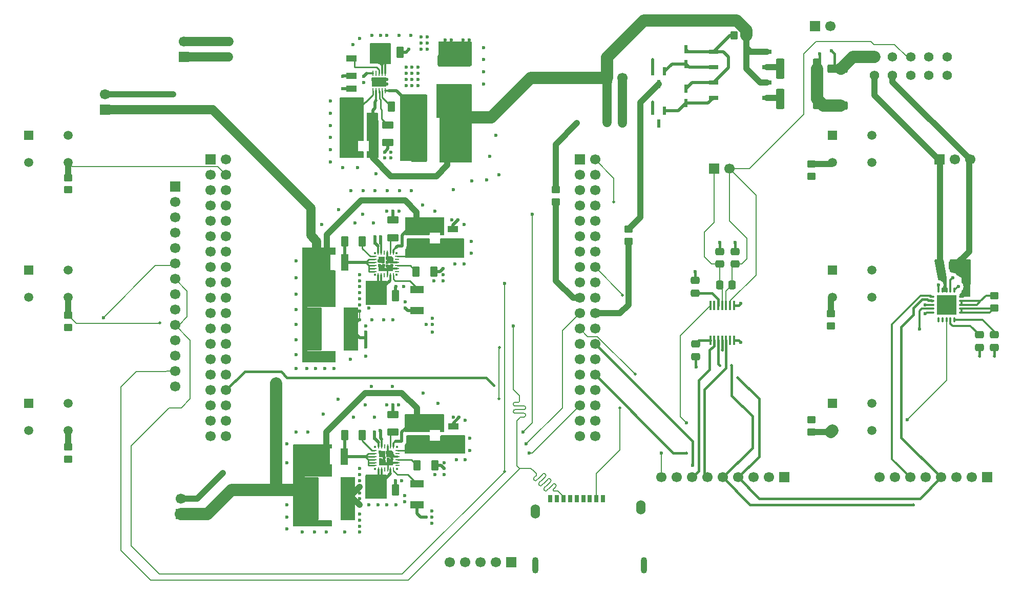
<source format=gbr>
%TF.GenerationSoftware,KiCad,Pcbnew,9.0.7*%
%TF.CreationDate,2026-02-04T14:53:37-04:00*%
%TF.ProjectId,TLS_Handheld_PCB,544c535f-4861-46e6-9468-656c645f5043,1*%
%TF.SameCoordinates,Original*%
%TF.FileFunction,Copper,L1,Top*%
%TF.FilePolarity,Positive*%
%FSLAX46Y46*%
G04 Gerber Fmt 4.6, Leading zero omitted, Abs format (unit mm)*
G04 Created by KiCad (PCBNEW 9.0.7) date 2026-02-04 14:53:37*
%MOMM*%
%LPD*%
G01*
G04 APERTURE LIST*
G04 Aperture macros list*
%AMRoundRect*
0 Rectangle with rounded corners*
0 $1 Rounding radius*
0 $2 $3 $4 $5 $6 $7 $8 $9 X,Y pos of 4 corners*
0 Add a 4 corners polygon primitive as box body*
4,1,4,$2,$3,$4,$5,$6,$7,$8,$9,$2,$3,0*
0 Add four circle primitives for the rounded corners*
1,1,$1+$1,$2,$3*
1,1,$1+$1,$4,$5*
1,1,$1+$1,$6,$7*
1,1,$1+$1,$8,$9*
0 Add four rect primitives between the rounded corners*
20,1,$1+$1,$2,$3,$4,$5,0*
20,1,$1+$1,$4,$5,$6,$7,0*
20,1,$1+$1,$6,$7,$8,$9,0*
20,1,$1+$1,$8,$9,$2,$3,0*%
%AMFreePoly0*
4,1,14,0.628536,0.503536,0.630000,0.500000,0.630000,-0.625000,0.628536,-0.628536,0.625000,-0.630000,-0.500000,-0.630000,-0.503536,-0.628536,-0.505000,-0.625000,-0.505000,0.217000,-0.503536,0.220536,-0.220536,0.503536,-0.217000,0.505000,0.625000,0.505000,0.628536,0.503536,0.628536,0.503536,$1*%
G04 Aperture macros list end*
%TA.AperFunction,ComponentPad*%
%ADD10R,1.700000X1.700000*%
%TD*%
%TA.AperFunction,ComponentPad*%
%ADD11C,1.700000*%
%TD*%
%TA.AperFunction,SMDPad,CuDef*%
%ADD12R,1.803400X1.117600*%
%TD*%
%TA.AperFunction,SMDPad,CuDef*%
%ADD13RoundRect,0.250000X0.450000X-0.350000X0.450000X0.350000X-0.450000X0.350000X-0.450000X-0.350000X0*%
%TD*%
%TA.AperFunction,SMDPad,CuDef*%
%ADD14RoundRect,0.250000X-0.475000X0.337500X-0.475000X-0.337500X0.475000X-0.337500X0.475000X0.337500X0*%
%TD*%
%TA.AperFunction,SMDPad,CuDef*%
%ADD15R,0.584200X1.473200*%
%TD*%
%TA.AperFunction,SMDPad,CuDef*%
%ADD16R,1.168400X2.692400*%
%TD*%
%TA.AperFunction,SMDPad,CuDef*%
%ADD17RoundRect,0.150000X0.450000X0.760000X-0.450000X0.760000X-0.450000X-0.760000X0.450000X-0.760000X0*%
%TD*%
%TA.AperFunction,SMDPad,CuDef*%
%ADD18R,1.770000X1.050000*%
%TD*%
%TA.AperFunction,ComponentPad*%
%ADD19R,1.508000X1.508000*%
%TD*%
%TA.AperFunction,ComponentPad*%
%ADD20C,1.508000*%
%TD*%
%TA.AperFunction,SMDPad,CuDef*%
%ADD21R,1.050000X1.770000*%
%TD*%
%TA.AperFunction,SMDPad,CuDef*%
%ADD22RoundRect,0.249999X1.425001X-0.450001X1.425001X0.450001X-1.425001X0.450001X-1.425001X-0.450001X0*%
%TD*%
%TA.AperFunction,SMDPad,CuDef*%
%ADD23R,2.300000X1.250000*%
%TD*%
%TA.AperFunction,SMDPad,CuDef*%
%ADD24RoundRect,0.250000X2.510000X-0.750000X2.510000X0.750000X-2.510000X0.750000X-2.510000X-0.750000X0*%
%TD*%
%TA.AperFunction,SMDPad,CuDef*%
%ADD25RoundRect,0.250000X-0.350000X-0.450000X0.350000X-0.450000X0.350000X0.450000X-0.350000X0.450000X0*%
%TD*%
%TA.AperFunction,SMDPad,CuDef*%
%ADD26R,0.508000X1.320800*%
%TD*%
%TA.AperFunction,SMDPad,CuDef*%
%ADD27R,1.117600X1.803400*%
%TD*%
%TA.AperFunction,SMDPad,CuDef*%
%ADD28RoundRect,0.150000X-0.760000X0.450000X-0.760000X-0.450000X0.760000X-0.450000X0.760000X0.450000X0*%
%TD*%
%TA.AperFunction,SMDPad,CuDef*%
%ADD29RoundRect,0.145000X-0.435000X-0.740000X0.435000X-0.740000X0.435000X0.740000X-0.435000X0.740000X0*%
%TD*%
%TA.AperFunction,SMDPad,CuDef*%
%ADD30R,1.770000X1.140000*%
%TD*%
%TA.AperFunction,SMDPad,CuDef*%
%ADD31R,1.650000X0.700000*%
%TD*%
%TA.AperFunction,SMDPad,CuDef*%
%ADD32RoundRect,0.040000X0.380000X0.120000X-0.380000X0.120000X-0.380000X-0.120000X0.380000X-0.120000X0*%
%TD*%
%TA.AperFunction,SMDPad,CuDef*%
%ADD33RoundRect,0.040000X0.120000X0.380000X-0.120000X0.380000X-0.120000X-0.380000X0.120000X-0.380000X0*%
%TD*%
%TA.AperFunction,SMDPad,CuDef*%
%ADD34R,3.250000X3.250000*%
%TD*%
%TA.AperFunction,SMDPad,CuDef*%
%ADD35RoundRect,0.250000X0.475000X-0.337500X0.475000X0.337500X-0.475000X0.337500X-0.475000X-0.337500X0*%
%TD*%
%TA.AperFunction,SMDPad,CuDef*%
%ADD36R,2.463800X7.112000*%
%TD*%
%TA.AperFunction,SMDPad,CuDef*%
%ADD37RoundRect,0.145000X0.435000X0.740000X-0.435000X0.740000X-0.435000X-0.740000X0.435000X-0.740000X0*%
%TD*%
%TA.AperFunction,SMDPad,CuDef*%
%ADD38RoundRect,0.249999X-0.450001X-1.425001X0.450001X-1.425001X0.450001X1.425001X-0.450001X1.425001X0*%
%TD*%
%TA.AperFunction,SMDPad,CuDef*%
%ADD39R,0.700000X1.200000*%
%TD*%
%TA.AperFunction,ComponentPad*%
%ADD40O,1.550000X2.350000*%
%TD*%
%TA.AperFunction,ComponentPad*%
%ADD41O,1.050000X2.700000*%
%TD*%
%TA.AperFunction,SMDPad,CuDef*%
%ADD42RoundRect,0.250000X0.337500X0.475000X-0.337500X0.475000X-0.337500X-0.475000X0.337500X-0.475000X0*%
%TD*%
%TA.AperFunction,SMDPad,CuDef*%
%ADD43R,1.770000X1.130000*%
%TD*%
%TA.AperFunction,SMDPad,CuDef*%
%ADD44RoundRect,0.250000X-0.450000X0.350000X-0.450000X-0.350000X0.450000X-0.350000X0.450000X0.350000X0*%
%TD*%
%TA.AperFunction,SMDPad,CuDef*%
%ADD45R,0.250000X0.700000*%
%TD*%
%TA.AperFunction,SMDPad,CuDef*%
%ADD46R,0.700000X0.250000*%
%TD*%
%TA.AperFunction,SMDPad,CuDef*%
%ADD47FreePoly0,270.000000*%
%TD*%
%TA.AperFunction,SMDPad,CuDef*%
%ADD48R,1.125000X1.125000*%
%TD*%
%TA.AperFunction,SMDPad,CuDef*%
%ADD49R,0.375000X0.375000*%
%TD*%
%TA.AperFunction,SMDPad,CuDef*%
%ADD50R,0.254000X0.812800*%
%TD*%
%TA.AperFunction,SMDPad,CuDef*%
%ADD51R,2.483491X1.558110*%
%TD*%
%TA.AperFunction,ComponentPad*%
%ADD52C,1.574800*%
%TD*%
%TA.AperFunction,SMDPad,CuDef*%
%ADD53RoundRect,0.150000X0.760000X-0.450000X0.760000X0.450000X-0.760000X0.450000X-0.760000X-0.450000X0*%
%TD*%
%TA.AperFunction,SMDPad,CuDef*%
%ADD54RoundRect,0.051250X-0.153750X0.698750X-0.153750X-0.698750X0.153750X-0.698750X0.153750X0.698750X0*%
%TD*%
%TA.AperFunction,SMDPad,CuDef*%
%ADD55RoundRect,0.150000X-0.450000X-0.760000X0.450000X-0.760000X0.450000X0.760000X-0.450000X0.760000X0*%
%TD*%
%TA.AperFunction,SMDPad,CuDef*%
%ADD56R,2.590800X7.289800*%
%TD*%
%TA.AperFunction,ViaPad*%
%ADD57C,0.600000*%
%TD*%
%TA.AperFunction,ViaPad*%
%ADD58C,0.500000*%
%TD*%
%TA.AperFunction,Conductor*%
%ADD59C,0.200000*%
%TD*%
%TA.AperFunction,Conductor*%
%ADD60C,0.300000*%
%TD*%
%TA.AperFunction,Conductor*%
%ADD61C,0.254000*%
%TD*%
%TA.AperFunction,Conductor*%
%ADD62C,1.016000*%
%TD*%
%TA.AperFunction,Conductor*%
%ADD63C,0.508000*%
%TD*%
%TA.AperFunction,Conductor*%
%ADD64C,0.400000*%
%TD*%
%TA.AperFunction,Conductor*%
%ADD65C,1.000000*%
%TD*%
%TA.AperFunction,Conductor*%
%ADD66C,1.524000*%
%TD*%
%TA.AperFunction,Conductor*%
%ADD67C,0.340000*%
%TD*%
%TA.AperFunction,Conductor*%
%ADD68C,0.500000*%
%TD*%
%TA.AperFunction,Conductor*%
%ADD69C,2.000000*%
%TD*%
%TA.AperFunction,Conductor*%
%ADD70C,0.350000*%
%TD*%
%TA.AperFunction,Conductor*%
%ADD71C,0.203200*%
%TD*%
%TA.AperFunction,Conductor*%
%ADD72C,1.500000*%
%TD*%
G04 APERTURE END LIST*
D10*
%TO.P,STM_CN10,1*%
%TO.N,WAKE*%
X163862500Y-68500000D03*
D11*
%TO.P,STM_CN10,2*%
%TO.N,SD_CS*%
X166402500Y-68500000D03*
%TO.P,STM_CN10,3*%
%TO.N,N/C*%
X163862500Y-71040000D03*
%TO.P,STM_CN10,4*%
%TO.N,B4*%
X166402500Y-71040000D03*
%TO.P,STM_CN10,5*%
%TO.N,N/C*%
X163862500Y-73580000D03*
%TO.P,STM_CN10,6*%
%TO.N,RTD_CS*%
X166402500Y-73580000D03*
%TO.P,STM_CN10,7*%
%TO.N,N/C*%
X163862500Y-76120000D03*
%TO.P,STM_CN10,8*%
X166402500Y-76120000D03*
%TO.P,STM_CN10,9*%
%TO.N,GND*%
X163862500Y-78660000D03*
%TO.P,STM_CN10,10*%
%TO.N,N/C*%
X166402500Y-78660000D03*
%TO.P,STM_CN10,11*%
%TO.N,DISPL_SCK*%
X163862500Y-81200000D03*
%TO.P,STM_CN10,12*%
%TO.N,N/C*%
X166402500Y-81200000D03*
%TO.P,STM_CN10,13*%
%TO.N,TOUCH_MISO*%
X163862500Y-83740000D03*
%TO.P,STM_CN10,14*%
%TO.N,N/C*%
X166402500Y-83740000D03*
%TO.P,STM_CN10,15*%
%TO.N,DISPL_MOSI*%
X163862500Y-86280000D03*
%TO.P,STM_CN10,16*%
%TO.N,B5*%
X166402500Y-86280000D03*
%TO.P,STM_CN10,17*%
%TO.N,N/C*%
X163862500Y-88820000D03*
%TO.P,STM_CN10,18*%
X166402500Y-88820000D03*
%TO.P,STM_CN10,19*%
%TO.N,EXCIT2*%
X163862500Y-91360000D03*
%TO.P,STM_CN10,20*%
%TO.N,GND*%
X166402500Y-91360000D03*
%TO.P,STM_CN10,21*%
%TO.N,TX*%
X163862500Y-93900000D03*
%TO.P,STM_CN10,22*%
%TO.N,EXCIT1*%
X166402500Y-93900000D03*
%TO.P,STM_CN10,23*%
%TO.N,B6*%
X163862500Y-96440000D03*
%TO.P,STM_CN10,24*%
%TO.N,N/C*%
X166402500Y-96440000D03*
%TO.P,STM_CN10,25*%
X163862500Y-98980000D03*
%TO.P,STM_CN10,26*%
%TO.N,MAX_SDI*%
X166402500Y-98980000D03*
%TO.P,STM_CN10,27*%
%TO.N,N/C*%
X163862500Y-101520000D03*
%TO.P,STM_CN10,28*%
%TO.N,MAX_SDO*%
X166402500Y-101520000D03*
%TO.P,STM_CN10,29*%
%TO.N,N/C*%
X163862500Y-104060000D03*
%TO.P,STM_CN10,30*%
%TO.N,MAX_SCK*%
X166402500Y-104060000D03*
%TO.P,STM_CN10,31*%
%TO.N,N/C*%
X163862500Y-106600000D03*
%TO.P,STM_CN10,32*%
X166402500Y-106600000D03*
%TO.P,STM_CN10,33*%
%TO.N,RX*%
X163862500Y-109140000D03*
%TO.P,STM_CN10,34*%
%TO.N,B3*%
X166402500Y-109140000D03*
%TO.P,STM_CN10,35*%
%TO.N,N/C*%
X163862500Y-111680000D03*
%TO.P,STM_CN10,36*%
X166402500Y-111680000D03*
%TO.P,STM_CN10,37*%
X163862500Y-114220000D03*
%TO.P,STM_CN10,38*%
X166402500Y-114220000D03*
%TD*%
D10*
%TO.P,J1,1,Pin_1*%
%TO.N,/8V*%
X168412500Y-55000000D03*
D11*
%TO.P,J1,2,Pin_2*%
%TO.N,GND*%
X170952500Y-55000000D03*
%TD*%
D12*
%TO.P,C26,1*%
%TO.N,/3.3V*%
X139912500Y-80001400D03*
%TO.P,C26,2*%
%TO.N,/FB2*%
X139912500Y-82998600D03*
%TD*%
D13*
%TO.P,RB2,1*%
%TO.N,/3.3V*%
X79337500Y-96250000D03*
%TO.P,RB2,2*%
%TO.N,B2*%
X79337500Y-94250000D03*
%TD*%
D14*
%TO.P,C40,1*%
%TO.N,/3.3V*%
X229912500Y-97462500D03*
%TO.P,C40,2*%
%TO.N,GND*%
X229912500Y-99537500D03*
%TD*%
D15*
%TO.P,M1,1*%
%TO.N,SSRin-1*%
X177862501Y-53933200D03*
%TO.P,M1,2*%
%TO.N,GND*%
X175962499Y-53933200D03*
%TO.P,M1,3*%
%TO.N,MOSFETGait2*%
X176912500Y-56066800D03*
%TD*%
D16*
%TO.P,L1,1,1*%
%TO.N,/SW1*%
X124932700Y-117557500D03*
%TO.P,L1,2,2*%
%TO.N,/5V*%
X121986300Y-117557500D03*
%TD*%
D17*
%TO.P,C13,1*%
%TO.N,GND*%
X133419500Y-123057500D03*
%TO.P,C13,2*%
%TO.N,/Pin*%
X130499500Y-123057500D03*
%TD*%
D10*
%TO.P,+ Ref_Res -,1*%
%TO.N,HeaterPre*%
X202725000Y-46500000D03*
D11*
%TO.P,+ Ref_Res -,2*%
%TO.N,Heater+*%
X205265000Y-46500000D03*
%TD*%
D18*
%TO.P,R23,1*%
%TO.N,/FB2*%
X142912500Y-82970000D03*
%TO.P,R23,2*%
%TO.N,GND*%
X142912500Y-80000000D03*
%TD*%
D19*
%TO.P,PB-5,1*%
%TO.N,GND*%
X205662500Y-86750000D03*
D20*
%TO.P,PB-5,2*%
%TO.N,N/C*%
X212162500Y-86750000D03*
%TO.P,PB-5,3*%
%TO.N,B5*%
X205662500Y-91250000D03*
%TO.P,PB-5,4*%
%TO.N,N/C*%
X212162500Y-91250000D03*
%TD*%
D21*
%TO.P,R32,1*%
%TO.N,/8V*%
X129647500Y-62750000D03*
%TO.P,R32,2*%
%TO.N,/FB3*%
X126677500Y-62750000D03*
%TD*%
D22*
%TO.P,Rref,1*%
%TO.N,HeaterPre*%
X206500000Y-59550000D03*
%TO.P,Rref,2*%
%TO.N,Heater+*%
X206500000Y-53450000D03*
%TD*%
D23*
%TO.P,R11,1*%
%TO.N,Net-(U1-RT)*%
X136959500Y-122057500D03*
%TO.P,R11,2*%
%TO.N,GND*%
X136959500Y-125507500D03*
%TD*%
D24*
%TO.P,C31,1*%
%TO.N,/8V*%
X143162500Y-57355000D03*
%TO.P,C31,2*%
%TO.N,GND*%
X143162500Y-52145000D03*
%TD*%
D10*
%TO.P,RTD,1*%
%TO.N,RTD-*%
X223332500Y-68500000D03*
D11*
%TO.P,RTD,2*%
%TO.N,RTDSens*%
X225872500Y-68500000D03*
%TO.P,RTD,3*%
%TO.N,RTD+*%
X228412500Y-68500000D03*
%TD*%
D12*
%TO.P,C16,1*%
%TO.N,/5V*%
X139959500Y-112558900D03*
%TO.P,C16,2*%
%TO.N,/FB1*%
X139959500Y-115556100D03*
%TD*%
D25*
%TO.P,R_sink3,1*%
%TO.N,SSRin+*%
X189412500Y-48000000D03*
%TO.P,R_sink3,2*%
%TO.N,/8V*%
X191412500Y-48000000D03*
%TD*%
D19*
%TO.P,PB-4,1*%
%TO.N,GND*%
X205662500Y-64500000D03*
D20*
%TO.P,PB-4,2*%
%TO.N,N/C*%
X212162500Y-64500000D03*
%TO.P,PB-4,3*%
%TO.N,B4*%
X205662500Y-69000000D03*
%TO.P,PB-4,4*%
%TO.N,N/C*%
X212162500Y-69000000D03*
%TD*%
D26*
%TO.P,D2,1*%
%TO.N,SSRin+*%
X181412500Y-56806200D03*
%TO.P,D2,2*%
%TO.N,SSRin-2*%
X181412500Y-59193800D03*
%TD*%
D10*
%TO.P,MAX31856,1*%
%TO.N,/3.3V*%
X197660000Y-121000000D03*
D11*
%TO.P,MAX31856,2*%
%TO.N,N/C*%
X195120000Y-121000000D03*
%TO.P,MAX31856,3*%
%TO.N,GND*%
X192580000Y-121000000D03*
%TO.P,MAX31856,4*%
%TO.N,MAX_SCK*%
X190040000Y-121000000D03*
%TO.P,MAX31856,5*%
%TO.N,MAX_SDO*%
X187500000Y-121000000D03*
%TO.P,MAX31856,6*%
%TO.N,MAX_SDI*%
X184960000Y-121000000D03*
%TO.P,MAX31856,7*%
%TO.N,Therm_CS*%
X182420000Y-121000000D03*
%TO.P,MAX31856,8*%
%TO.N,N/C*%
X179880000Y-121000000D03*
%TO.P,MAX31856,9*%
%TO.N,thermDRDY*%
X177340000Y-121000000D03*
%TD*%
D13*
%TO.P,R_sink2,1*%
%TO.N,EXCIT2*%
X159912500Y-75500000D03*
%TO.P,R_sink2,2*%
%TO.N,MOSFETGait1*%
X159912500Y-73500000D03*
%TD*%
D14*
%TO.P,C35,1*%
%TO.N,GND*%
X182912500Y-88462500D03*
%TO.P,C35,2*%
%TO.N,/3.3V*%
X182912500Y-90537500D03*
%TD*%
D27*
%TO.P,C32,1*%
%TO.N,/8V*%
X129661100Y-66250000D03*
%TO.P,C32,2*%
%TO.N,/FB3*%
X126663900Y-66250000D03*
%TD*%
D19*
%TO.P,PB-6,1*%
%TO.N,GND*%
X205662500Y-108750000D03*
D20*
%TO.P,PB-6,2*%
%TO.N,N/C*%
X212162500Y-108750000D03*
%TO.P,PB-6,3*%
%TO.N,B6*%
X205662500Y-113250000D03*
%TO.P,PB-6,4*%
%TO.N,N/C*%
X212162500Y-113250000D03*
%TD*%
D28*
%TO.P,C17,1*%
%TO.N,GND*%
X132959500Y-110597500D03*
%TO.P,C17,2*%
%TO.N,Net-(U1-INTVCC)*%
X132959500Y-113517500D03*
%TD*%
D29*
%TO.P,C29,1*%
%TO.N,/SW2*%
X125047000Y-82000000D03*
%TO.P,C29,2*%
%TO.N,Net-(U2-BST)*%
X127953000Y-82000000D03*
%TD*%
D30*
%TO.P,R31,1*%
%TO.N,Net-(U3-RT)*%
X126162500Y-51810000D03*
%TO.P,R31,2*%
%TO.N,GND*%
X126162500Y-54690000D03*
%TD*%
D31*
%TO.P,U4,1*%
%TO.N,SSRin+*%
X185987500Y-50690000D03*
%TO.P,U4,2*%
%TO.N,SSRin-1*%
X185987500Y-53230000D03*
%TO.P,U4,3*%
%TO.N,SSRin+*%
X185987500Y-55770000D03*
%TO.P,U4,4*%
%TO.N,SSRin-2*%
X185987500Y-58310000D03*
%TO.P,U4,5*%
%TO.N,SSRout-2*%
X194837500Y-58310000D03*
%TO.P,U4,6*%
%TO.N,/8V*%
X194837500Y-55770000D03*
%TO.P,U4,7*%
%TO.N,SSRout-1*%
X194837500Y-53230000D03*
%TO.P,U4,8*%
%TO.N,/8V*%
X194837500Y-50690000D03*
%TD*%
D32*
%TO.P,U6,1*%
%TO.N,BIAS*%
X226935000Y-93800000D03*
%TO.P,U6,2*%
X226935000Y-93150000D03*
%TO.P,U6,3*%
%TO.N,ISENSOR*%
X226935000Y-92500000D03*
%TO.P,U6,4*%
X226935000Y-91850000D03*
%TO.P,U6,5*%
%TO.N,RTD+*%
X226935000Y-91200000D03*
D33*
%TO.P,U6,6*%
%TO.N,GND*%
X225800000Y-90065000D03*
%TO.P,U6,7*%
%TO.N,RTDSens*%
X225150000Y-90065000D03*
%TO.P,U6,8*%
%TO.N,RTD-*%
X224500000Y-90065000D03*
%TO.P,U6,9*%
X223850000Y-90065000D03*
%TO.P,U6,10*%
%TO.N,GND*%
X223200000Y-90065000D03*
D32*
%TO.P,U6,11*%
%TO.N,MAX_SDI*%
X222065000Y-91200000D03*
%TO.P,U6,12*%
%TO.N,MAX_SCK*%
X222065000Y-91850000D03*
%TO.P,U6,13*%
%TO.N,RTD_CS*%
X222065000Y-92500000D03*
%TO.P,U6,14*%
%TO.N,MAX_SDO*%
X222065000Y-93150000D03*
%TO.P,U6,15*%
%TO.N,GND*%
X222065000Y-93800000D03*
D33*
%TO.P,U6,16*%
%TO.N,N/C*%
X223200000Y-94935000D03*
%TO.P,U6,17*%
X223850000Y-94935000D03*
%TO.P,U6,18*%
%TO.N,RTDDRDY*%
X224500000Y-94935000D03*
%TO.P,U6,19*%
%TO.N,/3.3V*%
X225150000Y-94935000D03*
%TO.P,U6,20*%
X225800000Y-94935000D03*
D34*
%TO.P,U6,21*%
%TO.N,N/C*%
X224500000Y-92500000D03*
%TD*%
D35*
%TO.P,C39,1*%
%TO.N,GND*%
X232412500Y-99537500D03*
%TO.P,C39,2*%
%TO.N,/3.3V*%
X232412500Y-97462500D03*
%TD*%
D36*
%TO.P,C18,1*%
%TO.N,/5V*%
X119426600Y-124500000D03*
%TO.P,C18,2*%
%TO.N,GND*%
X125573400Y-124500000D03*
%TD*%
D37*
%TO.P,C33,1*%
%TO.N,/SW3*%
X135615500Y-59750000D03*
%TO.P,C33,2*%
%TO.N,Net-(U3-BST)*%
X132709500Y-59750000D03*
%TD*%
D38*
%TO.P,Rh2,1*%
%TO.N,SSRout-2*%
X197000000Y-58500000D03*
%TO.P,Rh2,2*%
%TO.N,HeaterPre*%
X203100000Y-58500000D03*
%TD*%
D18*
%TO.P,R13,1*%
%TO.N,/FB1*%
X142959500Y-115541100D03*
%TO.P,R13,2*%
%TO.N,GND*%
X142959500Y-112571100D03*
%TD*%
D37*
%TO.P,C25,1*%
%TO.N,GND*%
X139750000Y-87000000D03*
%TO.P,C25,2*%
%TO.N,Net-(U2-TR{slash}SS)*%
X136844000Y-87000000D03*
%TD*%
D39*
%TO.P,SD_Reader,1*%
%TO.N,N/C*%
X167750000Y-124500000D03*
%TO.P,SD_Reader,2*%
%TO.N,SD_CS*%
X166650000Y-124500000D03*
%TO.P,SD_Reader,3*%
%TO.N,DISPL_MOSI*%
X165550000Y-124500000D03*
%TO.P,SD_Reader,4*%
%TO.N,/3.3V*%
X164450000Y-124500000D03*
%TO.P,SD_Reader,5*%
%TO.N,DISPL_SCK*%
X163350000Y-124500000D03*
%TO.P,SD_Reader,6*%
%TO.N,GND*%
X162250000Y-124500000D03*
%TO.P,SD_Reader,7*%
%TO.N,TOUCH_MISO*%
X161150000Y-124500000D03*
%TO.P,SD_Reader,8*%
%TO.N,N/C*%
X160050000Y-124500000D03*
%TO.P,SD_Reader,CD*%
X158950000Y-124500000D03*
D40*
%TO.P,SD_Reader,G1*%
%TO.N,GND*%
X156500000Y-126650000D03*
%TO.P,SD_Reader,G2*%
X174000000Y-126000000D03*
D41*
%TO.P,SD_Reader,G3*%
X156500000Y-135550000D03*
%TO.P,SD_Reader,G4*%
X174500000Y-135550000D03*
%TD*%
D14*
%TO.P,C30,1*%
%TO.N,/3.3V*%
X183000000Y-98962500D03*
%TO.P,C30,2*%
%TO.N,GND*%
X183000000Y-101037500D03*
%TD*%
D19*
%TO.P,PB-3,1*%
%TO.N,N/C*%
X72837500Y-108750000D03*
D20*
%TO.P,PB-3,2*%
%TO.N,GND*%
X79337500Y-108750000D03*
%TO.P,PB-3,3*%
%TO.N,N/C*%
X72837500Y-113250000D03*
%TO.P,PB-3,4*%
%TO.N,B3*%
X79337500Y-113250000D03*
%TD*%
D14*
%TO.P,C36,1*%
%TO.N,GND*%
X187012500Y-83692500D03*
%TO.P,C36,e*%
%TO.N,Thermocouple+*%
X187012500Y-85767500D03*
%TD*%
D38*
%TO.P,Rh1,1*%
%TO.N,SSRout-1*%
X197000000Y-53500000D03*
%TO.P,Rh1,2*%
%TO.N,HeaterPre*%
X203100000Y-53500000D03*
%TD*%
D10*
%TO.P,J3,1,Pin_1*%
%TO.N,/3.3V*%
X85385000Y-60275000D03*
D11*
%TO.P,J3,2,Pin_2*%
%TO.N,GND*%
X85385000Y-57735000D03*
%TD*%
D42*
%TO.P,C37,1*%
%TO.N,Thermocouple-*%
X189050000Y-89230000D03*
%TO.P,C37,2*%
%TO.N,Thermocouple+*%
X186975000Y-89230000D03*
%TD*%
D36*
%TO.P,C28,1*%
%TO.N,/3.3V*%
X119926600Y-96500000D03*
%TO.P,C28,2*%
%TO.N,GND*%
X126073400Y-96500000D03*
%TD*%
D13*
%TO.P,RB1,1*%
%TO.N,/3.3V*%
X79337500Y-73500000D03*
%TO.P,RB1,2*%
%TO.N,B1*%
X79337500Y-71500000D03*
%TD*%
D10*
%TO.P,TFT_DISPLAY_Pinout,1*%
%TO.N,/3.3V*%
X97000000Y-72960000D03*
D11*
%TO.P,TFT_DISPLAY_Pinout,2*%
%TO.N,GND*%
X97000000Y-75500000D03*
%TO.P,TFT_DISPLAY_Pinout,3*%
%TO.N,DISPL_CS*%
X97000000Y-78040000D03*
%TO.P,TFT_DISPLAY_Pinout,4*%
%TO.N,DISPL_RST*%
X97000000Y-80580000D03*
%TO.P,TFT_DISPLAY_Pinout,5*%
%TO.N,DISPL_DC*%
X97000000Y-83120000D03*
%TO.P,TFT_DISPLAY_Pinout,6*%
%TO.N,DISPL_MOSI*%
X97000000Y-85660000D03*
%TO.P,TFT_DISPLAY_Pinout,7*%
%TO.N,DISPL_SCK*%
X97000000Y-88200000D03*
%TO.P,TFT_DISPLAY_Pinout,8*%
%TO.N,DISPL_LED*%
X97000000Y-90740000D03*
%TO.P,TFT_DISPLAY_Pinout,9*%
%TO.N,N/C*%
X97000000Y-93280000D03*
%TO.P,TFT_DISPLAY_Pinout,10*%
%TO.N,DISPL_SCK*%
X97000000Y-95820000D03*
%TO.P,TFT_DISPLAY_Pinout,11*%
%TO.N,N/C*%
X97000000Y-98360000D03*
%TO.P,TFT_DISPLAY_Pinout,12*%
X97000000Y-100900000D03*
%TO.P,TFT_DISPLAY_Pinout,13*%
%TO.N,TOUCH_MISO*%
X97000000Y-103440000D03*
%TO.P,TFT_DISPLAY_Pinout,14*%
%TO.N,N/C*%
X97000000Y-105980000D03*
%TD*%
D10*
%TO.P,MAX31865,1*%
%TO.N,/3.3V*%
X231200000Y-121000000D03*
D11*
%TO.P,MAX31865,2*%
%TO.N,GND*%
X228660000Y-121000000D03*
%TO.P,MAX31865,3*%
%TO.N,N/C*%
X226120000Y-121000000D03*
%TO.P,MAX31865,4*%
%TO.N,MAX_SCK*%
X223580000Y-121000000D03*
%TO.P,MAX31865,5*%
%TO.N,MAX_SDO*%
X221040000Y-121000000D03*
%TO.P,MAX31865,6*%
%TO.N,MAX_SDI*%
X218500000Y-121000000D03*
%TO.P,MAX31865,7*%
%TO.N,RTD_CS*%
X215960000Y-121000000D03*
%TO.P,MAX31865,8*%
%TO.N,RTDDRDY*%
X213420000Y-121000000D03*
%TD*%
D16*
%TO.P,L2,1,1*%
%TO.N,/SW2*%
X125000000Y-85500000D03*
%TO.P,L2,2,2*%
%TO.N,/3.3V*%
X122053600Y-85500000D03*
%TD*%
D10*
%TO.P,J2,1,Pin_1*%
%TO.N,/5V*%
X97912500Y-127040000D03*
D11*
%TO.P,J2,2,Pin_2*%
%TO.N,GND*%
X97912500Y-124500000D03*
%TD*%
D43*
%TO.P,R33,1*%
%TO.N,/FB3*%
X126162500Y-59670000D03*
%TO.P,R33,2*%
%TO.N,GND*%
X126162500Y-56830000D03*
%TD*%
D44*
%TO.P,Rref,1*%
%TO.N,ISENSOR*%
X232412500Y-91000000D03*
%TO.P,Rref,2*%
%TO.N,BIAS*%
X232412500Y-93000000D03*
%TD*%
D19*
%TO.P,PB-1,1*%
%TO.N,N/C*%
X72837500Y-64500000D03*
D20*
%TO.P,PB-1,2*%
%TO.N,GND*%
X79337500Y-64500000D03*
%TO.P,PB-1,3*%
%TO.N,N/C*%
X72837500Y-69000000D03*
%TO.P,PB-1,4*%
%TO.N,B1*%
X79337500Y-69000000D03*
%TD*%
D45*
%TO.P,U2,1,BIAS*%
%TO.N,/3.3V*%
X133062500Y-83850000D03*
%TO.P,U2,2,INTVCC*%
%TO.N,Net-(U2-INTVCC)*%
X132562500Y-83850000D03*
%TO.P,U2,3,GND*%
%TO.N,GND*%
X132062500Y-83850000D03*
%TO.P,U2,4,NC1*%
%TO.N,unconnected-(U2-NC1-Pad4)*%
X131562500Y-83850000D03*
%TO.P,U2,5,VIN*%
%TO.N,/Pin*%
X131062500Y-83850000D03*
%TO.P,U2,6,VIN__1*%
X130562500Y-83850000D03*
D46*
%TO.P,U2,7,BST*%
%TO.N,Net-(U2-BST)*%
X129912500Y-84500000D03*
%TO.P,U2,8,SW*%
%TO.N,/SW2*%
X129912500Y-85000000D03*
%TO.P,U2,9,SW__1*%
X129912500Y-85500000D03*
%TO.P,U2,10,SW__2*%
X129912500Y-86000000D03*
%TO.P,U2,11,SW__3*%
X129912500Y-86500000D03*
%TO.P,U2,12,SW__4*%
X129912500Y-87000000D03*
D45*
%TO.P,U2,13,VIN__2*%
%TO.N,/Pin*%
X130562500Y-87650000D03*
%TO.P,U2,14,VIN__3*%
X131062500Y-87650000D03*
%TO.P,U2,15,NC1__1*%
%TO.N,unconnected-(U2-NC1__1-Pad15)*%
X131562500Y-87650000D03*
%TO.P,U2,16,GND__1*%
%TO.N,GND*%
X132062500Y-87650000D03*
%TO.P,U2,17,EN*%
%TO.N,/Pin*%
X132562500Y-87650000D03*
%TO.P,U2,18,RT*%
%TO.N,Net-(U2-RT)*%
X133062500Y-87650000D03*
D46*
%TO.P,U2,19,CLKOUT*%
%TO.N,unconnected-(U2-CLKOUT-Pad19)*%
X133712500Y-87000000D03*
%TO.P,U2,20,SYNC/MODE*%
%TO.N,GND*%
X133712500Y-86500000D03*
%TO.P,U2,21,TR/SS*%
%TO.N,Net-(U2-TR{slash}SS)*%
X133712500Y-86000000D03*
%TO.P,U2,22,GND__2*%
%TO.N,GND*%
X133712500Y-85500000D03*
%TO.P,U2,23,PG*%
%TO.N,unconnected-(U2-PG-Pad23)*%
X133712500Y-85000000D03*
%TO.P,U2,24,FB*%
%TO.N,/FB2*%
X133712500Y-84500000D03*
D47*
%TO.P,U2,25,GND__3*%
%TO.N,GND*%
X132537500Y-85025000D03*
D48*
%TO.P,U2,26,GND__4*%
X132475000Y-86412500D03*
%TO.P,U2,27,GND__5*%
X131150000Y-85087500D03*
%TO.P,U2,28,GND__6*%
X131150000Y-86412500D03*
D49*
%TO.P,U2,29,NC2*%
%TO.N,unconnected-(U2-NC2-Pad29)*%
X133625000Y-83937500D03*
%TO.P,U2,30,NC2__1*%
%TO.N,unconnected-(U2-NC2__1-Pad30)*%
X133625000Y-87562500D03*
%TO.P,U2,31,NC2__2*%
%TO.N,unconnected-(U2-NC2__2-Pad31)*%
X130000000Y-83937500D03*
%TO.P,U2,32,NC2__3*%
%TO.N,unconnected-(U2-NC2__3-Pad32)*%
X130000000Y-87562500D03*
%TD*%
D50*
%TO.P,U3,1,VIN*%
%TO.N,/Pin*%
X131709500Y-54250000D03*
%TO.P,U3,2,EN/UV*%
X131209498Y-54250000D03*
%TO.P,U3,3,RT*%
%TO.N,Net-(U3-RT)*%
X130709499Y-54250000D03*
%TO.P,U3,4,PG*%
%TO.N,unconnected-(U3-PG-Pad4)*%
X130209500Y-54250000D03*
%TO.P,U3,5,SYNC*%
%TO.N,GND*%
X129709498Y-54250000D03*
%TO.P,U3,6,FB*%
%TO.N,/FB3*%
X129709498Y-57145600D03*
%TO.P,U3,7,BIAS*%
%TO.N,/8V*%
X130209500Y-57145600D03*
%TO.P,U3,8,INTVCC*%
%TO.N,Net-(U3-INTVCC)*%
X130709499Y-57145600D03*
%TO.P,U3,9,BST*%
%TO.N,Net-(U3-BST)*%
X131209498Y-57145600D03*
%TO.P,U3,10,SW*%
%TO.N,/SW3*%
X131709500Y-57145600D03*
D51*
%TO.P,U3,11,GND*%
%TO.N,GND*%
X130706647Y-55677906D03*
%TD*%
D52*
%TO.P,Connector,1*%
%TO.N,Heater+*%
X212572902Y-51564301D03*
%TO.P,Connector,2*%
%TO.N,GND*%
X215572901Y-51564301D03*
%TO.P,Connector,3*%
%TO.N,Thermocouple-*%
X218572900Y-51564301D03*
%TO.P,Connector,4*%
%TO.N,N/C*%
X221572899Y-51564301D03*
%TO.P,Connector,5*%
%TO.N,Thermocouple+*%
X224572898Y-51564301D03*
%TO.P,Connector,6*%
%TO.N,RTD-*%
X212572902Y-54564300D03*
%TO.P,Connector,7*%
%TO.N,RTD+*%
X215572901Y-54564300D03*
%TO.P,Connector,8*%
%TO.N,RTDSens*%
X218572900Y-54564300D03*
%TO.P,Connector,9*%
%TO.N,GND*%
X221572899Y-54564300D03*
%TO.P,Connector,10*%
%TO.N,N/C*%
X224572898Y-54564300D03*
%TD*%
D53*
%TO.P,C34,1*%
%TO.N,GND*%
X132162500Y-65710000D03*
%TO.P,C34,2*%
%TO.N,Net-(U3-INTVCC)*%
X132162500Y-62790000D03*
%TD*%
D17*
%TO.P,C23,1*%
%TO.N,GND*%
X133460000Y-91000000D03*
%TO.P,C23,2*%
%TO.N,/Pin*%
X130540000Y-91000000D03*
%TD*%
D18*
%TO.P,R12,1*%
%TO.N,/5V*%
X136959500Y-112571100D03*
%TO.P,R12,2*%
%TO.N,/FB1*%
X136959500Y-115541100D03*
%TD*%
D28*
%TO.P,C27,1*%
%TO.N,GND*%
X133000000Y-78500000D03*
%TO.P,C27,2*%
%TO.N,Net-(U2-INTVCC)*%
X133000000Y-81420000D03*
%TD*%
D10*
%TO.P,GPS_Pinout,1*%
%TO.N,/3.3V*%
X152580000Y-135000000D03*
D11*
%TO.P,GPS_Pinout,2*%
%TO.N,GND*%
X150040000Y-135000000D03*
%TO.P,GPS_Pinout,3*%
%TO.N,RX*%
X147500000Y-135000000D03*
%TO.P,GPS_Pinout,4*%
%TO.N,TX*%
X144960000Y-135000000D03*
%TO.P,GPS_Pinout,5*%
%TO.N,WAKE*%
X142420000Y-135000000D03*
%TD*%
D13*
%TO.P,RB3,1*%
%TO.N,/3.3V*%
X79337500Y-118000000D03*
%TO.P,RB3,2*%
%TO.N,B3*%
X79337500Y-116000000D03*
%TD*%
%TO.P,RB4,1*%
%TO.N,/3.3V*%
X202162500Y-71250000D03*
%TO.P,RB4,2*%
%TO.N,B4*%
X202162500Y-69250000D03*
%TD*%
D29*
%TO.P,C19,1*%
%TO.N,/SW1*%
X125006500Y-114057500D03*
%TO.P,C19,2*%
%TO.N,Net-(U1-BST)*%
X127912500Y-114057500D03*
%TD*%
D10*
%TO.P,Thermocouple,1*%
%TO.N,Thermocouple+*%
X186087500Y-70000000D03*
D11*
%TO.P,Thermocouple,2*%
%TO.N,Thermocouple-*%
X188627500Y-70000000D03*
%TD*%
D54*
%TO.P,U5,1*%
%TO.N,GND*%
X189362500Y-92615000D03*
%TO.P,U5,2*%
%TO.N,Thermocouple-*%
X188712500Y-92615000D03*
%TO.P,U5,3*%
X188062500Y-92615000D03*
%TO.P,U5,4*%
%TO.N,Thermocouple+*%
X187412500Y-92615000D03*
%TO.P,U5,5*%
%TO.N,/3.3V*%
X186762500Y-92615000D03*
%TO.P,U5,6*%
%TO.N,N/C*%
X186112500Y-92615000D03*
%TO.P,U5,7*%
%TO.N,thermDRDY*%
X185462500Y-92615000D03*
%TO.P,U5,8*%
%TO.N,/3.3V*%
X185462500Y-98385000D03*
%TO.P,U5,9*%
%TO.N,Therm_CS*%
X186112500Y-98385000D03*
%TO.P,U5,10*%
%TO.N,MAX_SCK*%
X186762500Y-98385000D03*
%TO.P,U5,11*%
%TO.N,MAX_SDO*%
X187412500Y-98385000D03*
%TO.P,U5,12*%
%TO.N,MAX_SDI*%
X188062500Y-98385000D03*
%TO.P,U5,13*%
%TO.N,N/C*%
X188712500Y-98385000D03*
%TO.P,U5,14*%
%TO.N,GND*%
X189362500Y-98385000D03*
%TD*%
D23*
%TO.P,R21,1*%
%TO.N,Net-(U2-RT)*%
X137000000Y-90000000D03*
%TO.P,R21,2*%
%TO.N,GND*%
X137000000Y-93450000D03*
%TD*%
D19*
%TO.P,PB-2,1*%
%TO.N,N/C*%
X72837500Y-86750000D03*
D20*
%TO.P,PB-2,2*%
%TO.N,GND*%
X79337500Y-86750000D03*
%TO.P,PB-2,3*%
%TO.N,N/C*%
X72837500Y-91250000D03*
%TO.P,PB-2,4*%
%TO.N,B2*%
X79337500Y-91250000D03*
%TD*%
D10*
%TO.P,J1,1,Pin_1*%
%TO.N,/Pin*%
X98412500Y-51540000D03*
D11*
%TO.P,J1,2,Pin_2*%
%TO.N,GND*%
X98412500Y-49000000D03*
%TD*%
D37*
%TO.P,C15,1*%
%TO.N,GND*%
X139912500Y-119057500D03*
%TO.P,C15,2*%
%TO.N,Net-(U1-TR{slash}SS)*%
X137006500Y-119057500D03*
%TD*%
D13*
%TO.P,RB5,1*%
%TO.N,/3.3V*%
X205412500Y-96000000D03*
%TO.P,RB5,2*%
%TO.N,B5*%
X205412500Y-94000000D03*
%TD*%
D55*
%TO.P,C1,1*%
%TO.N,/Pin*%
X131249500Y-50750000D03*
%TO.P,C1,2*%
%TO.N,GND*%
X134169500Y-50750000D03*
%TD*%
D15*
%TO.P,M2,1*%
%TO.N,SSRin-2*%
X177862501Y-60433200D03*
%TO.P,M2,2*%
%TO.N,GND*%
X175962499Y-60433200D03*
%TO.P,M2,3*%
%TO.N,MOSFETGait1*%
X176912500Y-62566800D03*
%TD*%
D44*
%TO.P,RB6,1*%
%TO.N,/3.3V*%
X202162500Y-111500000D03*
%TO.P,RB6,2*%
%TO.N,B6*%
X202162500Y-113500000D03*
%TD*%
D18*
%TO.P,R22,1*%
%TO.N,/3.3V*%
X136912500Y-80015000D03*
%TO.P,R22,2*%
%TO.N,/FB2*%
X136912500Y-82985000D03*
%TD*%
D13*
%TO.P,R_sink1,1*%
%TO.N,EXCIT1*%
X171912500Y-82000000D03*
%TO.P,R_sink1,2*%
%TO.N,MOSFETGait2*%
X171912500Y-80000000D03*
%TD*%
D42*
%TO.P,C41,1*%
%TO.N,RTD+*%
X225450000Y-86000000D03*
%TO.P,C41,2*%
%TO.N,RTD-*%
X223375000Y-86000000D03*
%TD*%
D56*
%TO.P,L3,1,1*%
%TO.N,/SW3*%
X137313000Y-65250000D03*
%TO.P,L3,2,2*%
%TO.N,/8V*%
X142012000Y-65250000D03*
%TD*%
D26*
%TO.P,D1,1*%
%TO.N,SSRin+*%
X181412500Y-50306200D03*
%TO.P,D1,2*%
%TO.N,SSRin-1*%
X181412500Y-52693800D03*
%TD*%
D35*
%TO.P,C38,1*%
%TO.N,Thermocouple-*%
X189512500Y-85767500D03*
%TO.P,C38,2*%
%TO.N,GND*%
X189512500Y-83692500D03*
%TD*%
D10*
%TO.P,STM_CN7,1*%
%TO.N,N/C*%
X102862500Y-68500000D03*
D11*
%TO.P,STM_CN7,2*%
X105402500Y-68500000D03*
%TO.P,STM_CN7,3*%
X102862500Y-71040000D03*
%TO.P,STM_CN7,4*%
%TO.N,B1*%
X105402500Y-71040000D03*
%TO.P,STM_CN7,5*%
%TO.N,N/C*%
X102862500Y-73580000D03*
%TO.P,STM_CN7,6*%
%TO.N,/5V*%
X105402500Y-73580000D03*
%TO.P,STM_CN7,7*%
%TO.N,N/C*%
X102862500Y-76120000D03*
%TO.P,STM_CN7,8*%
X105402500Y-76120000D03*
%TO.P,STM_CN7,9*%
X102862500Y-78660000D03*
%TO.P,STM_CN7,10*%
X105402500Y-78660000D03*
%TO.P,STM_CN7,11*%
X102862500Y-81200000D03*
%TO.P,STM_CN7,12*%
X105402500Y-81200000D03*
%TO.P,STM_CN7,13*%
X102862500Y-83740000D03*
%TO.P,STM_CN7,14*%
X105402500Y-83740000D03*
%TO.P,STM_CN7,15*%
X102862500Y-86280000D03*
%TO.P,STM_CN7,16*%
X105402500Y-86280000D03*
%TO.P,STM_CN7,17*%
X102862500Y-88820000D03*
%TO.P,STM_CN7,18*%
X105402500Y-88820000D03*
%TO.P,STM_CN7,19*%
X102862500Y-91360000D03*
%TO.P,STM_CN7,20*%
X105402500Y-91360000D03*
%TO.P,STM_CN7,21*%
X102862500Y-93900000D03*
%TO.P,STM_CN7,22*%
%TO.N,GND*%
X105402500Y-93900000D03*
%TO.P,STM_CN7,23*%
%TO.N,B2*%
X102862500Y-96440000D03*
%TO.P,STM_CN7,24*%
%TO.N,N/C*%
X105402500Y-96440000D03*
%TO.P,STM_CN7,25*%
X102862500Y-98980000D03*
%TO.P,STM_CN7,26*%
X105402500Y-98980000D03*
%TO.P,STM_CN7,27*%
X102862500Y-101520000D03*
%TO.P,STM_CN7,28*%
X105402500Y-101520000D03*
%TO.P,STM_CN7,29*%
X102862500Y-104060000D03*
%TO.P,STM_CN7,30*%
X105402500Y-104060000D03*
%TO.P,STM_CN7,31*%
X102862500Y-106600000D03*
%TO.P,STM_CN7,32*%
%TO.N,Therm_CS*%
X105402500Y-106600000D03*
%TO.P,STM_CN7,33*%
%TO.N,N/C*%
X102862500Y-109140000D03*
%TO.P,STM_CN7,34*%
X105402500Y-109140000D03*
%TO.P,STM_CN7,35*%
%TO.N,DISPL_RST*%
X102862500Y-111680000D03*
%TO.P,STM_CN7,36*%
%TO.N,DISPL_DC*%
X105402500Y-111680000D03*
%TO.P,STM_CN7,37*%
%TO.N,DISPL_CS*%
X102862500Y-114220000D03*
%TO.P,STM_CN7,38*%
%TO.N,DISPL_LED*%
X105402500Y-114220000D03*
%TD*%
D45*
%TO.P,U1,1,BIAS*%
%TO.N,/5V*%
X133109500Y-115907500D03*
%TO.P,U1,2,INTVCC*%
%TO.N,Net-(U1-INTVCC)*%
X132609500Y-115907500D03*
%TO.P,U1,3,GND*%
%TO.N,GND*%
X132109500Y-115907500D03*
%TO.P,U1,4,NC1*%
%TO.N,unconnected-(U1-NC1-Pad4)*%
X131609500Y-115907500D03*
%TO.P,U1,5,VIN*%
%TO.N,/Pin*%
X131109500Y-115907500D03*
%TO.P,U1,6,VIN__1*%
X130609500Y-115907500D03*
D46*
%TO.P,U1,7,BST*%
%TO.N,Net-(U1-BST)*%
X129959500Y-116557500D03*
%TO.P,U1,8,SW*%
%TO.N,/SW1*%
X129959500Y-117057500D03*
%TO.P,U1,9,SW__1*%
X129959500Y-117557500D03*
%TO.P,U1,10,SW__2*%
X129959500Y-118057500D03*
%TO.P,U1,11,SW__3*%
X129959500Y-118557500D03*
%TO.P,U1,12,SW__4*%
X129959500Y-119057500D03*
D45*
%TO.P,U1,13,VIN__2*%
%TO.N,/Pin*%
X130609500Y-119707500D03*
%TO.P,U1,14,VIN__3*%
X131109500Y-119707500D03*
%TO.P,U1,15,NC1__1*%
%TO.N,unconnected-(U1-NC1__1-Pad15)*%
X131609500Y-119707500D03*
%TO.P,U1,16,GND__1*%
%TO.N,GND*%
X132109500Y-119707500D03*
%TO.P,U1,17,EN*%
%TO.N,/Pin*%
X132609500Y-119707500D03*
%TO.P,U1,18,RT*%
%TO.N,Net-(U1-RT)*%
X133109500Y-119707500D03*
D46*
%TO.P,U1,19,CLKOUT*%
%TO.N,unconnected-(U1-CLKOUT-Pad19)*%
X133759500Y-119057500D03*
%TO.P,U1,20,SYNC/MODE*%
%TO.N,GND*%
X133759500Y-118557500D03*
%TO.P,U1,21,TR/SS*%
%TO.N,Net-(U1-TR{slash}SS)*%
X133759500Y-118057500D03*
%TO.P,U1,22,GND__2*%
%TO.N,GND*%
X133759500Y-117557500D03*
%TO.P,U1,23,PG*%
%TO.N,unconnected-(U1-PG-Pad23)*%
X133759500Y-117057500D03*
%TO.P,U1,24,FB*%
%TO.N,/FB1*%
X133759500Y-116557500D03*
D47*
%TO.P,U1,25,GND__3*%
%TO.N,GND*%
X132584500Y-117082500D03*
D48*
%TO.P,U1,26,GND__4*%
X132522000Y-118470000D03*
%TO.P,U1,27,GND__5*%
X131197000Y-117145000D03*
%TO.P,U1,28,GND__6*%
X131197000Y-118470000D03*
D49*
%TO.P,U1,29,NC2*%
%TO.N,unconnected-(U1-NC2-Pad29)*%
X133672000Y-115995000D03*
%TO.P,U1,30,NC2__1*%
%TO.N,unconnected-(U1-NC2__1-Pad30)*%
X133672000Y-119620000D03*
%TO.P,U1,31,NC2__2*%
%TO.N,unconnected-(U1-NC2__2-Pad31)*%
X130047000Y-115995000D03*
%TO.P,U1,32,NC2__3*%
%TO.N,unconnected-(U1-NC2__3-Pad32)*%
X130047000Y-119620000D03*
%TD*%
D57*
%TO.N,GND*%
X120000000Y-130000000D03*
X123959500Y-108057500D03*
X132061226Y-85459968D03*
X128500000Y-97000000D03*
X126412500Y-49500000D03*
X132167190Y-117446624D03*
X127500000Y-88500000D03*
X132000000Y-77000000D03*
X129662500Y-55250000D03*
X148000000Y-56000000D03*
X137162500Y-56250000D03*
X102912500Y-49000000D03*
X141615500Y-49750000D03*
X117000000Y-100750000D03*
X130747633Y-85246027D03*
X139500000Y-97000000D03*
X127500000Y-48500000D03*
X132957606Y-117442802D03*
X115500000Y-129557500D03*
X104912500Y-120250000D03*
X128063000Y-73605000D03*
X145912500Y-84000000D03*
X132615500Y-67250000D03*
X127459500Y-123557500D03*
X223200000Y-89227050D03*
X187012500Y-82230000D03*
X115500000Y-125557500D03*
X128500000Y-98000000D03*
X130162500Y-70855000D03*
X126750000Y-79000000D03*
X133000000Y-77000000D03*
X96635000Y-57735000D03*
X139797000Y-88500000D03*
X145709500Y-116562500D03*
X127459500Y-129057500D03*
X135162500Y-55250000D03*
X135000000Y-93000000D03*
X149000000Y-68000000D03*
X127459500Y-122557500D03*
X142750000Y-78500000D03*
X130952355Y-86704946D03*
X127459500Y-120557500D03*
X189512500Y-82230000D03*
X134959500Y-125057500D03*
X130918209Y-116840815D03*
X136162500Y-54250000D03*
X137912500Y-76000000D03*
X127500000Y-92500000D03*
X139959500Y-120557500D03*
X129736680Y-56005963D03*
X115500000Y-118557500D03*
X138662500Y-49250000D03*
X145615500Y-48750000D03*
X144959500Y-111557500D03*
X124000000Y-76750000D03*
X131500000Y-86000000D03*
X131000000Y-48000000D03*
X131038303Y-117451962D03*
X143750000Y-78500000D03*
X136162500Y-55250000D03*
X92135000Y-57735000D03*
X117000000Y-98250000D03*
X226500000Y-89500000D03*
X130709499Y-55697800D03*
X138662500Y-48250000D03*
X132062500Y-84815462D03*
X132217897Y-118028415D03*
X118000000Y-130000000D03*
X134000000Y-77000000D03*
X135662500Y-50250000D03*
X170952500Y-62500000D03*
X129959500Y-111057500D03*
X143959500Y-111057500D03*
X115500000Y-127557500D03*
X132747517Y-85419134D03*
X137662500Y-49250000D03*
X136063000Y-73605000D03*
X127459500Y-121557500D03*
X127500000Y-90500000D03*
X143000000Y-73500000D03*
X132959500Y-109057500D03*
D58*
X175912500Y-59000000D03*
D57*
X136162500Y-53250000D03*
X127459500Y-128057500D03*
X134063000Y-73605000D03*
X142959500Y-111057500D03*
X138500000Y-95750000D03*
X127500000Y-95000000D03*
X146000000Y-72000000D03*
X148000000Y-54000000D03*
X133500000Y-125500000D03*
X144750000Y-85750000D03*
X131500000Y-95000000D03*
X128162500Y-55750000D03*
X148000000Y-50000000D03*
X132000000Y-48000000D03*
X132823706Y-118039090D03*
X141615500Y-48750000D03*
X132912500Y-106000000D03*
X221000000Y-94000000D03*
X132081242Y-86064443D03*
X103662500Y-121500000D03*
X132012000Y-56000000D03*
X131615500Y-67250000D03*
X133459500Y-121557500D03*
X115500000Y-115500000D03*
X122662500Y-58855000D03*
X118959500Y-113557500D03*
X132797800Y-86027145D03*
X137162500Y-53250000D03*
X135162500Y-53250000D03*
X143459500Y-118057500D03*
X127162500Y-69855000D03*
X137662500Y-50250000D03*
X127459500Y-127057500D03*
X124662500Y-56750000D03*
X131951020Y-118778337D03*
X131849059Y-86660912D03*
X127459500Y-119557500D03*
X190512500Y-98730000D03*
X129000000Y-125500000D03*
X132794350Y-118719624D03*
X132012000Y-55250000D03*
X123250000Y-103000000D03*
X141459500Y-120557500D03*
X144750000Y-79250000D03*
X105912500Y-49000000D03*
X139912500Y-77000000D03*
X117000000Y-93250000D03*
X170952500Y-59500000D03*
X131598744Y-117766876D03*
X145912500Y-82000000D03*
X131615500Y-68250000D03*
X127500000Y-89500000D03*
X134459500Y-121557500D03*
X117000000Y-85250000D03*
X130959500Y-118057500D03*
X144615500Y-49750000D03*
X130820251Y-86020408D03*
X130063000Y-73605000D03*
X141297000Y-88500000D03*
X133500000Y-89500000D03*
X132079121Y-116870171D03*
X132063000Y-73605000D03*
X136162500Y-56250000D03*
X121459500Y-110557500D03*
X127459500Y-124557500D03*
X122662500Y-60855000D03*
X126000000Y-101500000D03*
X128162500Y-54750000D03*
X132727631Y-116918209D03*
X127459500Y-125557500D03*
X139500000Y-95750000D03*
X128000000Y-77500000D03*
X140412500Y-108750000D03*
X128500000Y-101000000D03*
X134000000Y-48000000D03*
X124662500Y-54750000D03*
X117000000Y-103000000D03*
X145709500Y-114562500D03*
X144615500Y-48750000D03*
X122000000Y-130000000D03*
X130500000Y-125500000D03*
X133959500Y-109057500D03*
X122662500Y-62855000D03*
X134750000Y-89500000D03*
X148000000Y-52000000D03*
X94385000Y-57735000D03*
X129500000Y-48000000D03*
X132615500Y-68250000D03*
X144959500Y-118057500D03*
X137959500Y-107057500D03*
X143250000Y-85750000D03*
X126063000Y-73605000D03*
X128459500Y-109057500D03*
X125000000Y-130000000D03*
X117000000Y-88000000D03*
X118750000Y-103000000D03*
X142615500Y-49750000D03*
X170952500Y-61000000D03*
X137662500Y-48250000D03*
X127500000Y-87500000D03*
X128500000Y-99500000D03*
X133000000Y-95000000D03*
X132000000Y-125500000D03*
X141297000Y-87500000D03*
X117000000Y-95750000D03*
X116959500Y-113557500D03*
X138459500Y-127557500D03*
D58*
X232412500Y-101000000D03*
D57*
X150500000Y-71000000D03*
X135162500Y-56250000D03*
X117000000Y-90750000D03*
X131404710Y-85423940D03*
X135162500Y-54250000D03*
X138662500Y-50250000D03*
X129750000Y-79000000D03*
X134959500Y-124057500D03*
X139500000Y-94750000D03*
X126459500Y-111057500D03*
X102412500Y-122750000D03*
X132586825Y-86694597D03*
X121750000Y-103000000D03*
X131239221Y-84842142D03*
X137162500Y-54250000D03*
X137162500Y-55250000D03*
X141459500Y-118557500D03*
X127500000Y-91500000D03*
X142615500Y-48750000D03*
D58*
X162250000Y-124500000D03*
D57*
X139459500Y-127557500D03*
X122662500Y-66855000D03*
X141459500Y-119557500D03*
X131959500Y-109057500D03*
X130990266Y-118714287D03*
X128500000Y-96000000D03*
X136000000Y-48000000D03*
X141297000Y-86500000D03*
D58*
X175912500Y-52000000D03*
D57*
X150000000Y-64500000D03*
X121250000Y-79250000D03*
D58*
X229912500Y-101000000D03*
D57*
X145615500Y-49750000D03*
X127500000Y-93500000D03*
X104412500Y-49000000D03*
X127459500Y-130057500D03*
X129500000Y-95000000D03*
X122662500Y-64855000D03*
X182912500Y-87000000D03*
X124662500Y-69855000D03*
X132773786Y-84815462D03*
X131556044Y-118327316D03*
X122662500Y-68855000D03*
X139459500Y-126557500D03*
X135000000Y-92000000D03*
X139459500Y-128557500D03*
X183100000Y-102730000D03*
X120250000Y-103000000D03*
X129412500Y-106000000D03*
X190512500Y-92230000D03*
X148500000Y-71855000D03*
%TO.N,RTDSens*%
X225500000Y-88000000D03*
%TO.N,Heater+*%
X205500000Y-50500000D03*
D58*
%TO.N,MAX_SCK*%
X190000000Y-104500000D03*
X187000000Y-102500000D03*
X181500000Y-117000000D03*
%TO.N,MAX_SDO*%
X219000000Y-125500000D03*
X189000000Y-102500000D03*
D57*
X220051000Y-96500000D03*
D58*
X187412500Y-100000000D03*
D57*
%TO.N,MAX_SDI*%
X182500000Y-119000000D03*
D58*
%TO.N,MOSFETGait1*%
X176912500Y-62566800D03*
X163412500Y-62500000D03*
%TO.N,Therm_CS*%
X149706250Y-105793750D03*
D57*
%TO.N,RTD_CS*%
X221000000Y-92500000D03*
%TO.N,/Pin*%
X129959500Y-114557500D03*
X102912500Y-51500000D03*
X129000000Y-91000000D03*
X131000000Y-81250000D03*
X128959500Y-124057500D03*
X104412500Y-51500000D03*
X130912500Y-113250000D03*
X105872500Y-51500000D03*
X129662500Y-52250000D03*
X131000000Y-82250000D03*
X130959500Y-114250000D03*
X130000000Y-81250000D03*
X130000000Y-82250000D03*
X130459500Y-121057500D03*
X129500000Y-49500000D03*
X129500000Y-89000000D03*
X129000000Y-90000000D03*
X129959500Y-113557500D03*
X129662500Y-51250000D03*
X129459500Y-121057500D03*
X128959500Y-123057500D03*
X129000000Y-92000000D03*
X129662500Y-50500000D03*
X128959500Y-122057500D03*
X129000000Y-93000000D03*
X130500000Y-89000000D03*
D58*
%TO.N,/5V*%
X113662500Y-106250000D03*
X113662500Y-105500000D03*
X113662500Y-107000000D03*
%TO.N,/3.3V*%
X79337500Y-73500000D03*
X164450000Y-124500000D03*
X119162500Y-85750000D03*
X232412500Y-97462500D03*
X118912500Y-89000000D03*
X202162500Y-111500000D03*
X119162500Y-87500000D03*
X119162500Y-86750000D03*
X118912500Y-93500000D03*
X79337500Y-118000000D03*
X79337500Y-96250000D03*
X205412500Y-96000000D03*
X118912500Y-92000000D03*
X229912500Y-97462500D03*
X119162500Y-84500000D03*
X202162500Y-71250000D03*
X183000000Y-98962500D03*
X182912500Y-90537500D03*
X118912500Y-90500000D03*
D57*
%TO.N,/8V*%
X168452500Y-62460000D03*
X168452500Y-61000000D03*
X168452500Y-59500000D03*
D58*
%TO.N,DISPL_MOSI*%
X165550000Y-124500000D03*
D57*
X85125000Y-94625000D03*
D58*
X150571250Y-99571250D03*
X150500000Y-108000000D03*
%TO.N,DISPL_SCK*%
X163350000Y-124500000D03*
X151412500Y-120000000D03*
D57*
X151412500Y-89000000D03*
%TO.N,TOUCH_MISO*%
X152912500Y-96000000D03*
%TO.N,WAKE*%
X154512500Y-113500000D03*
X156000000Y-77500000D03*
D58*
%TO.N,B5*%
X170962500Y-90938750D03*
%TO.N,B6*%
X173025130Y-103974870D03*
D57*
%TO.N,RX*%
X155500000Y-117000000D03*
D58*
%TO.N,B2*%
X94500000Y-95500000D03*
D57*
%TO.N,TX*%
X155000000Y-115500000D03*
D58*
%TO.N,SD_CS*%
X170500000Y-109500000D03*
X169500000Y-75500000D03*
D57*
%TO.N,HeaterPre*%
X203500000Y-51000000D03*
%TO.N,thermDRDY*%
X177340000Y-117000000D03*
X181500000Y-112000000D03*
%TO.N,RTDDRDY*%
X218000000Y-111500000D03*
%TD*%
D59*
%TO.N,GND*%
X132586825Y-86524325D02*
X132586825Y-86694597D01*
D60*
X223200000Y-90065000D02*
X223200000Y-89227050D01*
D61*
X132109500Y-119707500D02*
X132109500Y-118882500D01*
D59*
X132062500Y-86562500D02*
X132000000Y-86500000D01*
D62*
X102412500Y-122750000D02*
X103662500Y-121500000D01*
D63*
X133419500Y-123057500D02*
X133419500Y-121597500D01*
X128500000Y-98000000D02*
X128500000Y-99500000D01*
D60*
X222065000Y-93800000D02*
X221200000Y-93800000D01*
D61*
X132062500Y-87650000D02*
X132062500Y-86562500D01*
D64*
X189362500Y-98385000D02*
X190167500Y-98385000D01*
D62*
X97912500Y-124500000D02*
X100662500Y-124500000D01*
D63*
X128662500Y-54250000D02*
X128162500Y-54750000D01*
X132959500Y-110597500D02*
X132959500Y-109057500D01*
D65*
X126402000Y-124500000D02*
X127459500Y-125557500D01*
X127459500Y-122613900D02*
X127459500Y-122557500D01*
D63*
X133000000Y-78500000D02*
X133000000Y-77000000D01*
D66*
X170952500Y-55000000D02*
X170952500Y-58500000D01*
D64*
X190127500Y-92615000D02*
X190512500Y-92230000D01*
D66*
X101912500Y-49000000D02*
X105912500Y-49000000D01*
D64*
X189362500Y-92615000D02*
X190127500Y-92615000D01*
D67*
X133759500Y-118557500D02*
X132609500Y-118557500D01*
D63*
X142912500Y-80000000D02*
X142912500Y-79337500D01*
X132162500Y-66703000D02*
X131615500Y-67250000D01*
X142959500Y-112057500D02*
X143959500Y-111057500D01*
X137557500Y-127557500D02*
X138459500Y-127557500D01*
D59*
X132109500Y-116607500D02*
X132584500Y-117082500D01*
D64*
X183000000Y-101037500D02*
X183000000Y-102630000D01*
D59*
X127500000Y-93500000D02*
X127500000Y-95073400D01*
D63*
X142912500Y-79337500D02*
X143750000Y-78500000D01*
X126162500Y-56830000D02*
X124742500Y-56830000D01*
D59*
X132062500Y-84937500D02*
X132000000Y-85000000D01*
D62*
X85385000Y-57735000D02*
X92135000Y-57735000D01*
D63*
X132162500Y-65710000D02*
X132162500Y-66703000D01*
X133460000Y-91000000D02*
X133460000Y-89540000D01*
X140797000Y-87000000D02*
X141297000Y-86500000D01*
D64*
X189512500Y-83692500D02*
X189512500Y-82230000D01*
D63*
X142959500Y-112571100D02*
X142959500Y-112057500D01*
D68*
X175962499Y-60433200D02*
X175962499Y-59049999D01*
D63*
X140959500Y-119057500D02*
X141459500Y-119557500D01*
D59*
X223205417Y-89221633D02*
X223200000Y-89227050D01*
D64*
X232412500Y-99537500D02*
X232412500Y-101000000D01*
D62*
X92135000Y-57735000D02*
X94385000Y-57735000D01*
D59*
X132609500Y-118557500D02*
X132522000Y-118470000D01*
D63*
X135162500Y-50750000D02*
X135662500Y-50250000D01*
D67*
X133712500Y-85500000D02*
X132500000Y-85500000D01*
D63*
X139750000Y-87000000D02*
X140797000Y-87000000D01*
X135450000Y-93450000D02*
X135000000Y-93000000D01*
D59*
X133460000Y-89540000D02*
X133500000Y-89500000D01*
D63*
X137000000Y-93450000D02*
X135450000Y-93450000D01*
D64*
X229912500Y-99537500D02*
X229912500Y-101000000D01*
X190167500Y-98385000D02*
X190512500Y-98730000D01*
D59*
X133419500Y-121597500D02*
X133459500Y-121557500D01*
X132562500Y-86500000D02*
X132586825Y-86524325D01*
X124742500Y-56830000D02*
X124662500Y-56750000D01*
X124722500Y-54690000D02*
X124662500Y-54750000D01*
D65*
X125573400Y-124500000D02*
X127459500Y-122613900D01*
D64*
X187012500Y-83692500D02*
X187012500Y-82230000D01*
D62*
X103662500Y-121500000D02*
X104912500Y-120250000D01*
D63*
X134169500Y-50750000D02*
X135162500Y-50750000D01*
D68*
X175962499Y-52049999D02*
X175912500Y-52000000D01*
D67*
X129709498Y-54250000D02*
X128662500Y-54250000D01*
D63*
X128500000Y-98000000D02*
X128500000Y-97000000D01*
D67*
X133712500Y-86500000D02*
X132562500Y-86500000D01*
D60*
X221200000Y-93800000D02*
X221000000Y-94000000D01*
D63*
X128500000Y-98000000D02*
X128426600Y-97926600D01*
D59*
X127500000Y-95073400D02*
X126073400Y-96500000D01*
D60*
X226365000Y-89500000D02*
X226500000Y-89500000D01*
D68*
X175962499Y-53933200D02*
X175962499Y-52049999D01*
D67*
X132109500Y-115907500D02*
X132109500Y-116607500D01*
D68*
X175962499Y-59049999D02*
X175912500Y-59000000D01*
D63*
X136959500Y-126959500D02*
X137557500Y-127557500D01*
X126162500Y-54690000D02*
X124722500Y-54690000D01*
D65*
X125573400Y-124500000D02*
X126402000Y-124500000D01*
D63*
X143162500Y-52145000D02*
X143162500Y-51297000D01*
D60*
X225800000Y-90065000D02*
X226365000Y-89500000D01*
D63*
X143162500Y-52145000D02*
X143220500Y-52145000D01*
D59*
X132109500Y-118882500D02*
X132522000Y-118470000D01*
D67*
X132062500Y-83850000D02*
X132062500Y-84937500D01*
D63*
X136959500Y-125507500D02*
X136959500Y-126959500D01*
D62*
X100662500Y-124500000D02*
X102412500Y-122750000D01*
D66*
X98412500Y-49000000D02*
X101912500Y-49000000D01*
D64*
X182912500Y-88462500D02*
X182912500Y-87000000D01*
D67*
X133759500Y-117557500D02*
X132459500Y-117557500D01*
D63*
X139912500Y-119057500D02*
X140959500Y-119057500D01*
X127500000Y-97926600D02*
X126073400Y-96500000D01*
D62*
X94385000Y-57735000D02*
X96635000Y-57735000D01*
D63*
X128426600Y-97926600D02*
X127500000Y-97926600D01*
D66*
X170952500Y-58500000D02*
X170952500Y-62500000D01*
D61*
%TO.N,Net-(U1-TR{slash}SS)*%
X137006500Y-119057500D02*
X136006500Y-118057500D01*
X136006500Y-118057500D02*
X133759500Y-118057500D01*
%TO.N,Net-(U1-INTVCC)*%
X132609500Y-113867500D02*
X132609500Y-115907500D01*
D59*
X132959500Y-113517500D02*
X132609500Y-113867500D01*
D61*
%TO.N,Net-(U1-BST)*%
X127912500Y-114942500D02*
X129527500Y-116557500D01*
X129527500Y-116557500D02*
X129959500Y-116557500D01*
D59*
X127912500Y-114057500D02*
X127912500Y-114942500D01*
D61*
%TO.N,Net-(U2-TR{slash}SS)*%
X135844000Y-86000000D02*
X133712500Y-86000000D01*
X136844000Y-87000000D02*
X135844000Y-86000000D01*
D59*
%TO.N,Net-(U2-INTVCC)*%
X132562500Y-81857500D02*
X133000000Y-81420000D01*
D61*
X132562500Y-83850000D02*
X132562500Y-81857500D01*
%TO.N,Net-(U2-BST)*%
X127953000Y-83203000D02*
X127953000Y-82000000D01*
X129912500Y-84500000D02*
X129250000Y-84500000D01*
X129250000Y-84500000D02*
X127953000Y-83203000D01*
%TO.N,Net-(U3-BST)*%
X131209498Y-58249998D02*
X132709500Y-59750000D01*
X131209498Y-57145600D02*
X131209498Y-58249998D01*
%TO.N,Net-(U3-INTVCC)*%
X130709499Y-57145600D02*
X130754498Y-57190599D01*
X131000000Y-58683968D02*
X131000000Y-60087500D01*
X131162500Y-61790000D02*
X132162500Y-62790000D01*
X131162500Y-60250000D02*
X131162500Y-61790000D01*
X131000000Y-60087500D02*
X131162500Y-60250000D01*
X130754498Y-57190599D02*
X130754498Y-58438466D01*
X130754498Y-58438466D02*
X131000000Y-58683968D01*
%TO.N,Net-(U1-RT)*%
X135459500Y-120557500D02*
X136959500Y-122057500D01*
X133109500Y-119932500D02*
X133734500Y-120557500D01*
X133734500Y-120557500D02*
X135459500Y-120557500D01*
D59*
X133109500Y-119707500D02*
X133109500Y-119932500D01*
D61*
%TO.N,Net-(U2-RT)*%
X133062500Y-88187500D02*
X133062500Y-87650000D01*
X133375000Y-88500000D02*
X133062500Y-88187500D01*
X135750000Y-88500000D02*
X133375000Y-88500000D01*
X137000000Y-89750000D02*
X135750000Y-88500000D01*
D59*
X137000000Y-90000000D02*
X137000000Y-89750000D01*
%TO.N,Net-(U3-RT)*%
X126662500Y-52310000D02*
X126162500Y-51810000D01*
D61*
X126662500Y-53250000D02*
X126662500Y-52310000D01*
X130709499Y-54250000D02*
X130709499Y-53649056D01*
X130310443Y-53250000D02*
X126662500Y-53250000D01*
X130709499Y-53649056D02*
X130310443Y-53250000D01*
D68*
%TO.N,SSRin+*%
X185987500Y-55770000D02*
X182448700Y-55770000D01*
X181796300Y-50690000D02*
X181412500Y-50306200D01*
X182448700Y-55770000D02*
X181412500Y-56806200D01*
X189412500Y-48000000D02*
X188677500Y-48000000D01*
X188412500Y-53345000D02*
X185987500Y-55770000D01*
X188412500Y-51500000D02*
X188412500Y-53345000D01*
X185987500Y-50690000D02*
X187602500Y-50690000D01*
X185987500Y-50690000D02*
X181796300Y-50690000D01*
X188677500Y-48000000D02*
X185987500Y-50690000D01*
X187602500Y-50690000D02*
X188412500Y-51500000D01*
D65*
%TO.N,SSRout-1*%
X196730000Y-53230000D02*
X197000000Y-53500000D01*
X194837500Y-53230000D02*
X196730000Y-53230000D01*
D68*
%TO.N,SSRin-2*%
X177862501Y-60433200D02*
X180173100Y-60433200D01*
X185103700Y-59193800D02*
X185987500Y-58310000D01*
X180173100Y-60433200D02*
X181412500Y-59193800D01*
X181412500Y-59193800D02*
X185103700Y-59193800D01*
D65*
%TO.N,RTD+*%
X228222500Y-68310000D02*
X228222500Y-83690000D01*
X215572901Y-55660401D02*
X228222500Y-68310000D01*
X215572901Y-54564300D02*
X215572901Y-55660401D01*
X225912500Y-86000000D02*
X225450000Y-86000000D01*
X228222500Y-83690000D02*
X225912500Y-86000000D01*
D60*
%TO.N,ISENSOR*%
X226935000Y-92500000D02*
X229500000Y-92500000D01*
X226935000Y-91850000D02*
X230150000Y-91850000D01*
X226935000Y-92500000D02*
X226935000Y-91850000D01*
X231000000Y-91000000D02*
X232412500Y-91000000D01*
X229500000Y-92500000D02*
X230150000Y-91850000D01*
X230150000Y-91850000D02*
X231000000Y-91000000D01*
D68*
%TO.N,SSRin-1*%
X181412500Y-52693800D02*
X179101901Y-52693800D01*
X185987500Y-53230000D02*
X181948700Y-53230000D01*
X179101901Y-52693800D02*
X177862501Y-53933200D01*
X181948700Y-53230000D02*
X181412500Y-52693800D01*
D60*
%TO.N,RTDSens*%
X225500000Y-88000000D02*
X225150000Y-88350000D01*
X225150000Y-88350000D02*
X225150000Y-90065000D01*
D69*
%TO.N,Heater+*%
X207000000Y-53450000D02*
X207050000Y-53450000D01*
D64*
X206000000Y-52950000D02*
X206500000Y-53450000D01*
X206000000Y-51000000D02*
X206000000Y-52950000D01*
D69*
X207050000Y-53450000D02*
X209000000Y-51500000D01*
X212508601Y-51500000D02*
X212572902Y-51564301D01*
D64*
X205500000Y-50500000D02*
X206000000Y-51000000D01*
D69*
X209000000Y-51500000D02*
X212508601Y-51500000D01*
D59*
%TO.N,Thermocouple-*%
X189512500Y-85767500D02*
X190645000Y-85767500D01*
X189127500Y-70000000D02*
X188627500Y-70000000D01*
X188062500Y-92615000D02*
X188062500Y-90217500D01*
X188627500Y-70000000D02*
X189127500Y-69500000D01*
X200912500Y-51043750D02*
X202956250Y-49000000D01*
X191500000Y-84912500D02*
X191500000Y-81500000D01*
X212000000Y-49000000D02*
X212519299Y-49519299D01*
X193000000Y-74372500D02*
X188627500Y-70000000D01*
X212519299Y-49519299D02*
X215665236Y-49519299D01*
X189050000Y-86230000D02*
X189512500Y-85767500D01*
X193000000Y-87577501D02*
X193000000Y-74372500D01*
X188627500Y-70000000D02*
X191966077Y-70000000D01*
X215912500Y-49500000D02*
X217976801Y-51564301D01*
X190645000Y-85767500D02*
X191500000Y-84912500D01*
X189050000Y-89230000D02*
X189050000Y-86230000D01*
X215665236Y-49519299D02*
X215684535Y-49500000D01*
X191966077Y-70000000D02*
X200912500Y-61053577D01*
X191500000Y-81500000D02*
X188627500Y-78627500D01*
X200912500Y-61053577D02*
X200912500Y-51043750D01*
X188062500Y-90217500D02*
X189050000Y-89230000D01*
X188712500Y-92615000D02*
X188712500Y-91865001D01*
X188627500Y-78627500D02*
X188627500Y-70000000D01*
X217976801Y-51564301D02*
X218572900Y-51564301D01*
X202956250Y-49000000D02*
X212000000Y-49000000D01*
X215684535Y-49500000D02*
X215912500Y-49500000D01*
X188712500Y-91865001D02*
X193000000Y-87577501D01*
D65*
%TO.N,RTD-*%
X223412500Y-68770000D02*
X212572902Y-57930402D01*
X223375000Y-86000000D02*
X223412500Y-85962500D01*
X223412500Y-85962500D02*
X223412500Y-68770000D01*
X212572902Y-57930402D02*
X212572902Y-54564300D01*
D60*
%TO.N,BIAS*%
X226935000Y-93800000D02*
X231612500Y-93800000D01*
X231612500Y-93800000D02*
X232412500Y-93000000D01*
X226935000Y-93150000D02*
X232262500Y-93150000D01*
X226935000Y-93150000D02*
X226935000Y-93800000D01*
X232262500Y-93150000D02*
X232412500Y-93000000D01*
D65*
%TO.N,SSRout-2*%
X196810000Y-58310000D02*
X197000000Y-58500000D01*
X194837500Y-58310000D02*
X196810000Y-58310000D01*
D59*
%TO.N,Thermocouple+*%
X186087500Y-78912500D02*
X186087500Y-70000000D01*
X185680000Y-85767500D02*
X184500000Y-84587500D01*
X187012500Y-89192500D02*
X186975000Y-89230000D01*
X184500000Y-84587500D02*
X184500000Y-80500000D01*
X187012500Y-85767500D02*
X185680000Y-85767500D01*
X187412500Y-89667500D02*
X186975000Y-89230000D01*
X187412500Y-92615000D02*
X187412500Y-89667500D01*
X187012500Y-85767500D02*
X187012500Y-89192500D01*
X184500000Y-80500000D02*
X186087500Y-78912500D01*
D65*
%TO.N,MOSFETGait2*%
X173912500Y-59066800D02*
X173912500Y-78000000D01*
X176912500Y-56066800D02*
X173912500Y-59066800D01*
X173912500Y-78000000D02*
X171912500Y-80000000D01*
D64*
%TO.N,MAX_SCK*%
X222065000Y-91850000D02*
X221976000Y-91761000D01*
X179342500Y-117000000D02*
X166402500Y-104060000D01*
X190040000Y-121000000D02*
X193500000Y-117540000D01*
X220449000Y-91551000D02*
X219000000Y-93000000D01*
X219000000Y-93000000D02*
X219000000Y-94140000D01*
X193500000Y-117540000D02*
X193500000Y-108000000D01*
X193500000Y-108000000D02*
X190000000Y-104500000D01*
X217000000Y-114420000D02*
X223580000Y-121000000D01*
X181500000Y-117000000D02*
X179342500Y-117000000D01*
X187000000Y-102500000D02*
X186762500Y-102262500D01*
X193540000Y-124500000D02*
X220080000Y-124500000D01*
X217000000Y-96140000D02*
X217000000Y-114420000D01*
X190040000Y-121000000D02*
X193540000Y-124500000D01*
X219000000Y-94140000D02*
X217000000Y-96140000D01*
X221291222Y-91551000D02*
X220449000Y-91551000D01*
X220080000Y-124500000D02*
X223580000Y-121000000D01*
X221976000Y-91761000D02*
X221501222Y-91761000D01*
X186762500Y-102262500D02*
X186762500Y-98385000D01*
X221501222Y-91761000D02*
X221291222Y-91551000D01*
D60*
%TO.N,MAX_SDO*%
X220051000Y-93500000D02*
X220401000Y-93150000D01*
D64*
X192399000Y-110899000D02*
X192399000Y-116101000D01*
X187412500Y-120990000D02*
X187402500Y-121000000D01*
D60*
X220401000Y-93150000D02*
X222065000Y-93150000D01*
X220051000Y-96500000D02*
X220051000Y-93500000D01*
D64*
X189000000Y-102500000D02*
X189000000Y-107500000D01*
X187412500Y-98385000D02*
X187412500Y-100000000D01*
X192399000Y-116101000D02*
X187500000Y-121000000D01*
X192000000Y-125500000D02*
X219000000Y-125500000D01*
X189000000Y-107500000D02*
X192399000Y-110899000D01*
X187500000Y-121000000D02*
X192000000Y-125500000D01*
D60*
%TO.N,MAX_SDI*%
X220220768Y-91000000D02*
X215500000Y-95720768D01*
D64*
X184960000Y-121000000D02*
X184500000Y-120540000D01*
X184500000Y-120540000D02*
X184500000Y-106500000D01*
X182500000Y-119000000D02*
X182500000Y-115077500D01*
X184500000Y-106500000D02*
X188062500Y-102937500D01*
X188062500Y-102937500D02*
X188062500Y-98385000D01*
D60*
X222065000Y-91200000D02*
X221865000Y-91000000D01*
X221865000Y-91000000D02*
X220220768Y-91000000D01*
D64*
X182500000Y-115077500D02*
X166402500Y-98980000D01*
D60*
X215500000Y-118000000D02*
X218500000Y-121000000D01*
X215500000Y-95720768D02*
X215500000Y-118000000D01*
D65*
%TO.N,MOSFETGait1*%
X159912500Y-66000000D02*
X163412500Y-62500000D01*
X159912500Y-73500000D02*
X159912500Y-66000000D01*
D64*
%TO.N,Therm_CS*%
X185340998Y-103159002D02*
X185340998Y-100000000D01*
X183500000Y-119920000D02*
X183500000Y-105000000D01*
X186068500Y-98429000D02*
X186112500Y-98385000D01*
X108502500Y-103500000D02*
X105402500Y-106600000D01*
X186068500Y-99272498D02*
X186068500Y-98429000D01*
X114500000Y-103500000D02*
X108502500Y-103500000D01*
X148412500Y-104500000D02*
X115500000Y-104500000D01*
X185340998Y-100000000D02*
X186068500Y-99272498D01*
X183500000Y-105000000D02*
X185340998Y-103159002D01*
X149706250Y-105793750D02*
X148412500Y-104500000D01*
X182420000Y-121000000D02*
X183500000Y-119920000D01*
X115500000Y-104500000D02*
X114500000Y-103500000D01*
D60*
%TO.N,RTD_CS*%
X222065000Y-92500000D02*
X221000000Y-92500000D01*
D65*
%TO.N,EXCIT1*%
X171912500Y-92500000D02*
X171912500Y-82000000D01*
X166402500Y-93900000D02*
X170512500Y-93900000D01*
X170512500Y-93900000D02*
X171912500Y-92500000D01*
%TO.N,EXCIT2*%
X163862500Y-91360000D02*
X162772500Y-91360000D01*
X162772500Y-91360000D02*
X159912500Y-88500000D01*
X159912500Y-88500000D02*
X159912500Y-75500000D01*
D66*
%TO.N,/Pin*%
X98412500Y-51540000D02*
X101412500Y-51540000D01*
D59*
X132562500Y-88437500D02*
X132500000Y-88500000D01*
D63*
X131062500Y-88812500D02*
X131250000Y-89000000D01*
D60*
X132562500Y-87650000D02*
X132562500Y-88437500D01*
D63*
X132609500Y-120407500D02*
X131459500Y-121557500D01*
D59*
X130562500Y-88937500D02*
X130500000Y-89000000D01*
D66*
X101412500Y-51540000D02*
X105832500Y-51540000D01*
D63*
X130959500Y-114557500D02*
X131109500Y-114707500D01*
D67*
X132609500Y-119707500D02*
X132609500Y-120407500D01*
D59*
X105832500Y-51540000D02*
X105872500Y-51500000D01*
X131062500Y-82312500D02*
X131000000Y-82250000D01*
D70*
X131109500Y-114707500D02*
X131109500Y-115907500D01*
D71*
X130959500Y-113297000D02*
X130912500Y-113250000D01*
D63*
X131000000Y-82250000D02*
X131000000Y-81250000D01*
D67*
X131209498Y-54250000D02*
X131209498Y-52796998D01*
D70*
X130562500Y-87650000D02*
X130562500Y-88937500D01*
D63*
X130000000Y-82250000D02*
X130000000Y-81250000D01*
X131109500Y-120707500D02*
X131459500Y-121057500D01*
X132500000Y-88500000D02*
X131500000Y-89500000D01*
D59*
X130609500Y-120907500D02*
X130459500Y-121057500D01*
D63*
X130562500Y-82812500D02*
X130000000Y-82250000D01*
D70*
X130609500Y-115907500D02*
X130609500Y-115207500D01*
D63*
X130959500Y-114250000D02*
X130959500Y-113297000D01*
D70*
X131709500Y-54250000D02*
X131709500Y-52297000D01*
D63*
X131209498Y-52796998D02*
X130662500Y-52250000D01*
D70*
X131109500Y-119707500D02*
X131109500Y-120707500D01*
D59*
X105872500Y-51500000D02*
X104412500Y-51500000D01*
D63*
X130609500Y-115207500D02*
X129959500Y-114557500D01*
D70*
X130609500Y-119707500D02*
X130609500Y-120907500D01*
D67*
X131062500Y-83850000D02*
X131062500Y-82312500D01*
D63*
X130959500Y-114250000D02*
X130959500Y-114557500D01*
D70*
X131062500Y-87650000D02*
X131062500Y-88812500D01*
D63*
X129959500Y-114557500D02*
X129959500Y-113557500D01*
D67*
X130562500Y-83850000D02*
X130562500Y-82812500D01*
D69*
%TO.N,/5V*%
X113662500Y-107000000D02*
X113662500Y-105500000D01*
D62*
X134459500Y-107057500D02*
X136959500Y-109557500D01*
X136959500Y-109557500D02*
X136959500Y-112571100D01*
X128459500Y-107057500D02*
X134459500Y-107057500D01*
D69*
X117984100Y-123057500D02*
X113662500Y-123057500D01*
D63*
X134459500Y-113557500D02*
X135459500Y-112557500D01*
X133959500Y-115057500D02*
X134459500Y-115057500D01*
D69*
X119426600Y-124500000D02*
X117984100Y-123057500D01*
X113662500Y-123057500D02*
X111912500Y-123057500D01*
D62*
X121986300Y-117557500D02*
X121986300Y-113530700D01*
D67*
X133109500Y-115407500D02*
X133459500Y-115057500D01*
D63*
X133459500Y-115057500D02*
X133959500Y-115057500D01*
X134459500Y-115057500D02*
X134459500Y-113557500D01*
D69*
X111912500Y-123057500D02*
X106355000Y-123057500D01*
D67*
X133109500Y-115907500D02*
X133109500Y-115407500D01*
D69*
X106355000Y-123057500D02*
X102372500Y-127040000D01*
X113662500Y-123057500D02*
X113662500Y-107000000D01*
X102372500Y-127040000D02*
X97912500Y-127040000D01*
D62*
X121986300Y-113530700D02*
X128459500Y-107057500D01*
D72*
%TO.N,/3.3V*%
X120395000Y-81982500D02*
X119412500Y-81000000D01*
D62*
X122053600Y-80946400D02*
X127750000Y-75250000D01*
D64*
X185751000Y-90537500D02*
X182912500Y-90537500D01*
D60*
X225150000Y-94935000D02*
X225150000Y-95650000D01*
D67*
X133062500Y-83850000D02*
X133062500Y-83437500D01*
D63*
X133750000Y-82750000D02*
X134500000Y-82750000D01*
D60*
X225150000Y-95650000D02*
X225500000Y-96000000D01*
D72*
X103187500Y-60275000D02*
X85385000Y-60275000D01*
D60*
X230435000Y-94935000D02*
X232412500Y-96912500D01*
D63*
X134500000Y-82750000D02*
X134500000Y-81000000D01*
X134500000Y-81000000D02*
X135500000Y-80000000D01*
D62*
X127750000Y-75250000D02*
X135000000Y-75250000D01*
D64*
X185462500Y-98385000D02*
X183577500Y-98385000D01*
D60*
X232412500Y-96912500D02*
X232412500Y-97462500D01*
D64*
X183577500Y-98385000D02*
X183000000Y-98962500D01*
D63*
X133500000Y-83000000D02*
X133750000Y-82750000D01*
D60*
X228450000Y-96000000D02*
X229912500Y-97462500D01*
D62*
X135000000Y-75250000D02*
X136912500Y-77162500D01*
X136912500Y-77162500D02*
X136912500Y-80015000D01*
D64*
X186762500Y-91549000D02*
X185751000Y-90537500D01*
X186762500Y-92615000D02*
X186762500Y-91549000D01*
D72*
X119412500Y-76500000D02*
X103187500Y-60275000D01*
D60*
X225800000Y-94935000D02*
X230435000Y-94935000D01*
D72*
X120395000Y-86000000D02*
X120395000Y-81982500D01*
D60*
X225500000Y-96000000D02*
X228450000Y-96000000D01*
D72*
X119412500Y-81000000D02*
X119412500Y-76500000D01*
D67*
X133062500Y-83437500D02*
X133500000Y-83000000D01*
D62*
X122053600Y-85500000D02*
X122053600Y-80946400D01*
D69*
%TO.N,/8V*%
X168412500Y-55000000D02*
X168412500Y-51587500D01*
D65*
X191412500Y-50000000D02*
X191412500Y-53500000D01*
D69*
X149250000Y-61500000D02*
X155750000Y-55000000D01*
X145000000Y-61500000D02*
X149250000Y-61500000D01*
D67*
X130209500Y-57145600D02*
X130209500Y-57770100D01*
D69*
X168412500Y-51587500D02*
X174500000Y-45500000D01*
D66*
X168412500Y-55000000D02*
X168412500Y-58000000D01*
D65*
X191412500Y-48000000D02*
X191412500Y-50000000D01*
D69*
X174500000Y-45500000D02*
X189771450Y-45500000D01*
D62*
X132662500Y-71250000D02*
X140162500Y-71250000D01*
D63*
X130000000Y-58949727D02*
X130000000Y-60000000D01*
D65*
X193682500Y-55770000D02*
X194837500Y-55770000D01*
X194837500Y-50690000D02*
X192102500Y-50690000D01*
D62*
X129661100Y-66250000D02*
X129661100Y-68248600D01*
D69*
X155750000Y-55000000D02*
X168412500Y-55000000D01*
D62*
X129661100Y-68248600D02*
X132662500Y-71250000D01*
D65*
X191412500Y-53500000D02*
X193682500Y-55770000D01*
D63*
X129662500Y-60337500D02*
X129662500Y-61250000D01*
D62*
X140162500Y-71250000D02*
X142012000Y-69400500D01*
D63*
X130177568Y-58772159D02*
X130000000Y-58949727D01*
D69*
X191412500Y-47141050D02*
X191412500Y-48000000D01*
X189771450Y-45500000D02*
X191412500Y-47141050D01*
D63*
X130000000Y-60000000D02*
X129662500Y-60337500D01*
D65*
X192102500Y-50690000D02*
X191412500Y-50000000D01*
D66*
X168412500Y-58000000D02*
X168412500Y-62420000D01*
D70*
X130177568Y-57802032D02*
X130177568Y-58772159D01*
D59*
X168412500Y-62420000D02*
X168452500Y-62460000D01*
X168452500Y-62460000D02*
X168452500Y-61000000D01*
D62*
X142012000Y-69400500D02*
X142012000Y-65250000D01*
D61*
%TO.N,/SW2*%
X129912500Y-85000000D02*
X129000000Y-85000000D01*
D59*
X125047000Y-85453000D02*
X125000000Y-85500000D01*
D61*
X129912500Y-87000000D02*
X129000000Y-87000000D01*
D63*
X128000000Y-85500000D02*
X127500000Y-85500000D01*
D61*
X129000000Y-85000000D02*
X128500000Y-85500000D01*
X129000000Y-87000000D02*
X129000000Y-86500000D01*
X129000000Y-86000000D02*
X128500000Y-85500000D01*
D63*
X125047000Y-82000000D02*
X125047000Y-85453000D01*
D61*
X129912500Y-85500000D02*
X128500000Y-85500000D01*
D63*
X128500000Y-85500000D02*
X128000000Y-85500000D01*
D61*
X129000000Y-86500000D02*
X129000000Y-86000000D01*
X129912500Y-86500000D02*
X129000000Y-86500000D01*
X129912500Y-86000000D02*
X129000000Y-86000000D01*
D63*
X127500000Y-85500000D02*
X125000000Y-85500000D01*
%TO.N,/SW1*%
X127459500Y-117557500D02*
X127959500Y-117557500D01*
D61*
X128970000Y-118557500D02*
X128959500Y-118547000D01*
D63*
X124932700Y-117557500D02*
X127459500Y-117557500D01*
D61*
X129959500Y-118557500D02*
X128970000Y-118557500D01*
X128459500Y-117557500D02*
X128959500Y-117057500D01*
X128959500Y-118547000D02*
X128959500Y-118057500D01*
X129959500Y-117557500D02*
X128459500Y-117557500D01*
X128959500Y-117057500D02*
X129959500Y-117057500D01*
D59*
X125006500Y-117483700D02*
X124932700Y-117557500D01*
D63*
X125006500Y-114057500D02*
X125006500Y-117483700D01*
D61*
X129959500Y-118057500D02*
X128959500Y-118057500D01*
X128970000Y-119057500D02*
X128970000Y-118557500D01*
D63*
X127959500Y-117557500D02*
X128459500Y-117557500D01*
D61*
X128959500Y-118057500D02*
X128459500Y-117557500D01*
X129959500Y-119057500D02*
X128970000Y-119057500D01*
D67*
%TO.N,/SW3*%
X131709500Y-57145600D02*
X132320140Y-57145600D01*
D59*
X132320140Y-57145600D02*
X132338244Y-57163704D01*
D63*
X132356348Y-57145600D02*
X133558100Y-57145600D01*
X132338244Y-57163704D02*
X132356348Y-57145600D01*
X133558100Y-57145600D02*
X134662500Y-58250000D01*
D61*
%TO.N,/FB3*%
X129709498Y-57558753D02*
X129674568Y-57593683D01*
X128412500Y-59000000D02*
X127662500Y-59750000D01*
X129674568Y-57593683D02*
X129674568Y-57825432D01*
X129674568Y-57825432D02*
X128500000Y-59000000D01*
X129709498Y-57145600D02*
X129709498Y-57558753D01*
X128500000Y-59000000D02*
X128412500Y-59000000D01*
%TO.N,/FB1*%
X133759500Y-116557500D02*
X135959500Y-116557500D01*
%TO.N,/FB2*%
X135500000Y-84500000D02*
X135750000Y-84250000D01*
X133712500Y-84500000D02*
X135500000Y-84500000D01*
D59*
%TO.N,DISPL_MOSI*%
X85125000Y-94625000D02*
X93750000Y-86000000D01*
X150500000Y-99642500D02*
X150571250Y-99571250D01*
X150500000Y-108000000D02*
X150500000Y-99642500D01*
X93750000Y-86000000D02*
X96660000Y-86000000D01*
X96660000Y-86000000D02*
X97000000Y-85660000D01*
%TO.N,DISPL_SCK*%
X99500000Y-108000000D02*
X99500000Y-98320000D01*
X97680000Y-95820000D02*
X97000000Y-95820000D01*
X99000000Y-90200000D02*
X99000000Y-94500000D01*
X96000000Y-109500000D02*
X98000000Y-109500000D01*
X134500000Y-137000000D02*
X94412500Y-137000000D01*
X97000000Y-88200000D02*
X99000000Y-90200000D01*
X151412500Y-89000000D02*
X151412500Y-120087500D01*
X89706250Y-115793750D02*
X96000000Y-109500000D01*
X151412500Y-120087500D02*
X134500000Y-137000000D01*
X99000000Y-94500000D02*
X97680000Y-95820000D01*
X98000000Y-109500000D02*
X99500000Y-108000000D01*
X99500000Y-98320000D02*
X97000000Y-95820000D01*
X89706250Y-132293750D02*
X89706250Y-115793750D01*
X94412500Y-137000000D02*
X89706250Y-132293750D01*
%TO.N,TOUCH_MISO*%
X154672500Y-110420966D02*
X154152500Y-110420966D01*
X156237011Y-119935011D02*
X155802000Y-119500000D01*
X157091013Y-121128424D02*
X156723317Y-121496120D01*
X159919453Y-122203239D02*
X159834600Y-122118386D01*
X158957786Y-122655787D02*
X158957786Y-122655786D01*
X156666749Y-120364749D02*
X156581897Y-120279897D01*
X158080973Y-123193187D02*
X157996120Y-123108334D01*
X158646655Y-121269853D02*
X158109253Y-121807254D01*
X88000000Y-133087500D02*
X88000000Y-106107500D01*
X153912500Y-109220966D02*
X153672500Y-109220966D01*
X153152500Y-108620966D02*
X153672500Y-108620966D01*
X95500000Y-103500000D02*
X95560000Y-103440000D01*
X159070920Y-121354706D02*
X158986067Y-121269853D01*
X152912500Y-106500000D02*
X153912500Y-107500000D01*
X160249758Y-123249758D02*
X159551758Y-123249758D01*
X157684986Y-121382986D02*
X158222387Y-120845584D01*
X158109253Y-121807253D02*
X157571850Y-122344653D01*
X153912500Y-110420966D02*
X153152500Y-110420966D01*
X152912500Y-96000000D02*
X152912500Y-106500000D01*
X154912500Y-109580966D02*
X154912500Y-109460966D01*
X156581897Y-120279897D02*
X156237011Y-119935011D01*
X88000000Y-106107500D02*
X90500000Y-103607500D01*
X153672500Y-109220966D02*
X153152500Y-109220966D01*
X158533519Y-122231519D02*
X159070920Y-121694117D01*
X153912500Y-119500000D02*
X153912500Y-119587500D01*
X157996120Y-122768922D02*
X158533520Y-122231519D01*
X157684987Y-121382986D02*
X157684986Y-121382986D01*
X158222387Y-120506173D02*
X158137534Y-120421320D01*
X158957786Y-122655786D02*
X158420383Y-123193186D01*
X159495188Y-122118386D02*
X159127492Y-122486081D01*
X95560000Y-103440000D02*
X97000000Y-103440000D01*
X159127492Y-122486081D02*
X158957786Y-122655787D01*
X153500000Y-119087500D02*
X153500000Y-111673466D01*
X154152500Y-110420966D02*
X153912500Y-110420966D01*
X159551758Y-122910346D02*
X159919453Y-122542650D01*
X158533520Y-122231519D02*
X158533519Y-122231519D01*
X90553750Y-103500000D02*
X95500000Y-103500000D01*
X156383907Y-121496121D02*
X156299054Y-121411268D01*
X90500000Y-103553750D02*
X90553750Y-103500000D01*
X153152500Y-109820966D02*
X153912500Y-109820966D01*
X92912500Y-138000000D02*
X88000000Y-133087500D01*
X158109253Y-121807254D02*
X158109253Y-121807253D01*
X153500000Y-111673466D02*
X153912500Y-111260966D01*
X153912500Y-119500000D02*
X153500000Y-119087500D01*
X153912500Y-108260966D02*
X153912500Y-107500000D01*
X155802000Y-119500000D02*
X153912500Y-119500000D01*
X157260720Y-120958720D02*
X157091013Y-121128424D01*
X135500000Y-138000000D02*
X92912500Y-138000000D01*
X153912500Y-108380966D02*
X153912500Y-108260966D01*
X154152500Y-111020966D02*
X154672500Y-111020966D01*
X152912500Y-108980966D02*
X152912500Y-108860966D01*
X157260720Y-120958721D02*
X157260720Y-120958720D01*
X90500000Y-103607500D02*
X90500000Y-103553750D01*
X157798122Y-120421320D02*
X157260720Y-120958721D01*
X154672500Y-109220966D02*
X153912500Y-109220966D01*
X154912500Y-110780966D02*
X154912500Y-110660966D01*
X161150000Y-124500000D02*
X161150000Y-124150000D01*
X161150000Y-124150000D02*
X160249758Y-123249758D01*
X153912500Y-109820966D02*
X154672500Y-109820966D01*
X157147587Y-121920389D02*
X157684987Y-121382986D01*
X157232440Y-122344654D02*
X157147587Y-122259801D01*
X153912500Y-119587500D02*
X135500000Y-138000000D01*
X152912500Y-110180966D02*
X152912500Y-110060966D01*
X156299054Y-121071856D02*
X156666748Y-120704159D01*
X158137534Y-120421320D02*
G75*
G03*
X157798122Y-120421320I-169706J-169704D01*
G01*
X157996120Y-123108334D02*
G75*
G02*
X157996092Y-122768894I169680J169734D01*
G01*
X152912500Y-108860966D02*
G75*
G02*
X153152500Y-108621000I240000J-34D01*
G01*
X158986067Y-121269853D02*
G75*
G03*
X158646655Y-121269853I-169706J-169704D01*
G01*
X156666748Y-120704159D02*
G75*
G03*
X156666703Y-120364795I-169748J169659D01*
G01*
X153152500Y-109220966D02*
G75*
G02*
X152912534Y-108980966I0J239966D01*
G01*
X154912500Y-110660966D02*
G75*
G03*
X154672500Y-110421000I-240000J-34D01*
G01*
X159070920Y-121694117D02*
G75*
G03*
X159070932Y-121354695I-169720J169717D01*
G01*
X153912500Y-111260966D02*
G75*
G02*
X154152500Y-111021000I240000J-34D01*
G01*
X157571850Y-122344653D02*
G75*
G02*
X157232395Y-122344699I-169750J169653D01*
G01*
X157147587Y-122259801D02*
G75*
G02*
X157147592Y-121920394I169713J169701D01*
G01*
X159834600Y-122118386D02*
G75*
G03*
X159495188Y-122118386I-169706J-169704D01*
G01*
X153152500Y-110420966D02*
G75*
G02*
X152912534Y-110180966I0J239966D01*
G01*
X158420383Y-123193186D02*
G75*
G02*
X158080996Y-123193165I-169683J169686D01*
G01*
X153672500Y-108620966D02*
G75*
G03*
X153912466Y-108380966I0J239966D01*
G01*
X156723317Y-121496120D02*
G75*
G02*
X156383896Y-121496133I-169717J169720D01*
G01*
X154912500Y-109460966D02*
G75*
G03*
X154672500Y-109221000I-240000J-34D01*
G01*
X158222387Y-120845584D02*
G75*
G03*
X158222366Y-120506195I-169687J169684D01*
G01*
X154672500Y-111020966D02*
G75*
G03*
X154912466Y-110780966I0J239966D01*
G01*
X152912500Y-110060966D02*
G75*
G02*
X153152500Y-109821000I240000J-34D01*
G01*
X156299054Y-121411268D02*
G75*
G02*
X156299092Y-121071894I169746J169668D01*
G01*
X154672500Y-109820966D02*
G75*
G03*
X154912466Y-109580966I0J239966D01*
G01*
X159919453Y-122542650D02*
G75*
G03*
X159919498Y-122203195I-169753J169750D01*
G01*
X159551758Y-123249758D02*
G75*
G02*
X159551806Y-122910394I169742J169658D01*
G01*
%TO.N,B1*%
X104013500Y-69651000D02*
X79988500Y-69651000D01*
D65*
X79337500Y-69000000D02*
X79337500Y-71500000D01*
D59*
X79988500Y-69651000D02*
X79337500Y-69000000D01*
X105402500Y-71040000D02*
X104013500Y-69651000D01*
%TO.N,WAKE*%
X154512500Y-113500000D02*
X156000000Y-112012500D01*
X156000000Y-112012500D02*
X156000000Y-77500000D01*
D65*
%TO.N,B4*%
X205412500Y-69250000D02*
X205662500Y-69000000D01*
X202162500Y-69250000D02*
X205412500Y-69250000D01*
D59*
%TO.N,B5*%
X170962500Y-90938750D02*
X170962500Y-90840000D01*
D65*
X205412500Y-94000000D02*
X205412500Y-91500000D01*
X205412500Y-91500000D02*
X205662500Y-91250000D01*
D59*
X170962500Y-90840000D02*
X166402500Y-86280000D01*
%TO.N,B6*%
X163862500Y-96440000D02*
X165172500Y-97750000D01*
D65*
X205412500Y-113500000D02*
X202162500Y-113500000D01*
D69*
X205662500Y-113250000D02*
X205412500Y-113500000D01*
D59*
X165172500Y-97750000D02*
X166800260Y-97750000D01*
X166800260Y-97750000D02*
X173025130Y-103974870D01*
%TO.N,RX*%
X156002500Y-117000000D02*
X163862500Y-109140000D01*
X155500000Y-117000000D02*
X156002500Y-117000000D01*
D65*
%TO.N,B3*%
X79337500Y-116000000D02*
X79337500Y-113250000D01*
D59*
%TO.N,B2*%
X80688500Y-95601000D02*
X79337500Y-94250000D01*
X102631500Y-96209000D02*
X102862500Y-96440000D01*
D65*
X79337500Y-94250000D02*
X79337500Y-91250000D01*
D59*
X94399000Y-95601000D02*
X80688500Y-95601000D01*
X94500000Y-95500000D02*
X94399000Y-95601000D01*
%TO.N,TX*%
X161000000Y-109500000D02*
X161000000Y-96762500D01*
X155000000Y-115500000D02*
X161000000Y-109500000D01*
X161000000Y-96762500D02*
X163862500Y-93900000D01*
%TO.N,SD_CS*%
X170500000Y-109500000D02*
X170500000Y-116500000D01*
X169500000Y-75500000D02*
X169500000Y-71597500D01*
X166650000Y-120350000D02*
X166650000Y-124500000D01*
X169500000Y-71597500D02*
X166402500Y-68500000D01*
X170500000Y-116500000D02*
X166650000Y-120350000D01*
D69*
%TO.N,HeaterPre*%
X203100000Y-53500000D02*
X203100000Y-58500000D01*
D64*
X203500000Y-51000000D02*
X203500000Y-53100000D01*
X203500000Y-53100000D02*
X203100000Y-53500000D01*
D69*
X204150000Y-59550000D02*
X203100000Y-58500000D01*
X207000000Y-59550000D02*
X204150000Y-59550000D01*
D59*
%TO.N,thermDRDY*%
X180500000Y-111000000D02*
X181500000Y-112000000D01*
X180500000Y-97500000D02*
X180500000Y-111000000D01*
X177340000Y-117000000D02*
X177340000Y-121000000D01*
X185462500Y-92615000D02*
X180577500Y-97500000D01*
X180577500Y-97500000D02*
X180500000Y-97500000D01*
%TO.N,RTDDRDY*%
X218000000Y-111500000D02*
X224500000Y-105000000D01*
X224500000Y-105000000D02*
X224500000Y-94935000D01*
%TD*%
%TA.AperFunction,Conductor*%
%TO.N,/5V*%
G36*
X122902539Y-115577185D02*
G01*
X122948294Y-115629989D01*
X122959500Y-115681500D01*
X122959500Y-116138100D01*
X122939815Y-116205139D01*
X122887011Y-116250894D01*
X122835500Y-116262100D01*
X122621300Y-116262100D01*
X122621300Y-118852900D01*
X122835500Y-118852900D01*
X122902539Y-118872585D01*
X122948294Y-118925389D01*
X122959500Y-118976900D01*
X122959500Y-120769200D01*
X122939815Y-120836239D01*
X122887011Y-120881994D01*
X122835500Y-120893200D01*
X118397900Y-120893200D01*
X118397900Y-120994800D01*
X120585300Y-120994800D01*
X120652339Y-121014485D01*
X120698094Y-121067289D01*
X120709300Y-121118800D01*
X120709300Y-127881200D01*
X120689615Y-127948239D01*
X120636811Y-127993994D01*
X120585300Y-128005200D01*
X118397900Y-128005200D01*
X118397900Y-128106800D01*
X122835500Y-128106800D01*
X122902539Y-128126485D01*
X122948294Y-128179289D01*
X122959500Y-128230800D01*
X122959500Y-128933500D01*
X122939815Y-129000539D01*
X122887011Y-129046294D01*
X122835500Y-129057500D01*
X116583500Y-129057500D01*
X116516461Y-129037815D01*
X116470706Y-128985011D01*
X116459500Y-128933500D01*
X116459500Y-115681500D01*
X116479185Y-115614461D01*
X116531989Y-115568706D01*
X116583500Y-115557500D01*
X122835500Y-115557500D01*
X122902539Y-115577185D01*
G37*
%TD.AperFunction*%
%TD*%
%TA.AperFunction,Conductor*%
%TO.N,/FB3*%
G36*
X128105539Y-58269685D02*
G01*
X128151294Y-58322489D01*
X128162500Y-58374000D01*
X128162500Y-60826877D01*
X128161238Y-60844523D01*
X128157000Y-60873998D01*
X128157000Y-65275100D01*
X128137315Y-65342139D01*
X128084511Y-65387894D01*
X128033000Y-65399100D01*
X127273500Y-65399100D01*
X127273500Y-67100900D01*
X128033000Y-67100900D01*
X128100039Y-67120585D01*
X128145794Y-67173389D01*
X128157000Y-67224900D01*
X128157000Y-68126000D01*
X128137315Y-68193039D01*
X128084511Y-68238794D01*
X128033000Y-68250000D01*
X124286500Y-68250000D01*
X124219461Y-68230315D01*
X124173706Y-68177511D01*
X124162500Y-68126000D01*
X124162500Y-58374000D01*
X124182185Y-58306961D01*
X124234989Y-58261206D01*
X124286500Y-58250000D01*
X128038500Y-58250000D01*
X128105539Y-58269685D01*
G37*
%TD.AperFunction*%
%TD*%
%TA.AperFunction,Conductor*%
%TO.N,GND*%
G36*
X145943039Y-49019685D02*
G01*
X145988794Y-49072489D01*
X146000000Y-49124000D01*
X146000000Y-52876000D01*
X145980315Y-52943039D01*
X145927511Y-52988794D01*
X145876000Y-53000000D01*
X140624000Y-53000000D01*
X140556961Y-52980315D01*
X140511206Y-52927511D01*
X140500000Y-52876000D01*
X140500000Y-49124000D01*
X140519685Y-49056961D01*
X140572489Y-49011206D01*
X140624000Y-49000000D01*
X145876000Y-49000000D01*
X145943039Y-49019685D01*
G37*
%TD.AperFunction*%
%TD*%
%TA.AperFunction,Conductor*%
%TO.N,/Pin*%
G36*
X132605539Y-49269685D02*
G01*
X132651294Y-49322489D01*
X132662500Y-49374000D01*
X132662500Y-52626000D01*
X132642815Y-52693039D01*
X132590011Y-52738794D01*
X132538500Y-52750000D01*
X130729225Y-52750000D01*
X130714210Y-52746066D01*
X130701339Y-52746824D01*
X130677077Y-52736338D01*
X130668429Y-52734073D01*
X130664284Y-52731741D01*
X130607676Y-52693917D01*
X130574227Y-52680062D01*
X130567363Y-52677219D01*
X130567360Y-52677217D01*
X130493478Y-52646614D01*
X130493470Y-52646612D01*
X130372250Y-52622500D01*
X130372246Y-52622500D01*
X129286500Y-52622500D01*
X129219461Y-52602815D01*
X129173706Y-52550011D01*
X129162500Y-52498500D01*
X129162500Y-49374000D01*
X129182185Y-49306961D01*
X129234989Y-49261206D01*
X129286500Y-49250000D01*
X132538500Y-49250000D01*
X132605539Y-49269685D01*
G37*
%TD.AperFunction*%
%TD*%
%TA.AperFunction,Conductor*%
%TO.N,/FB1*%
G36*
X144902539Y-114075785D02*
G01*
X144948294Y-114128589D01*
X144959500Y-114180100D01*
X144959500Y-114256689D01*
X144950062Y-114304136D01*
X144939763Y-114329003D01*
X144939762Y-114329007D01*
X144939761Y-114329010D01*
X144939760Y-114329011D01*
X144909000Y-114483653D01*
X144909000Y-114641346D01*
X144939761Y-114795989D01*
X144939763Y-114795997D01*
X144950061Y-114820858D01*
X144959500Y-114868311D01*
X144959500Y-116256689D01*
X144950062Y-116304136D01*
X144939763Y-116329003D01*
X144939762Y-116329007D01*
X144939761Y-116329010D01*
X144939760Y-116329011D01*
X144909000Y-116483653D01*
X144909000Y-116641346D01*
X144939761Y-116795989D01*
X144939763Y-116795997D01*
X144950061Y-116820858D01*
X144951687Y-116829035D01*
X144954477Y-116833376D01*
X144959500Y-116868311D01*
X144959500Y-116933500D01*
X144939815Y-117000539D01*
X144887011Y-117046294D01*
X144835500Y-117057500D01*
X135083500Y-117057500D01*
X135016461Y-117037815D01*
X134970706Y-116985011D01*
X134959500Y-116933500D01*
X134959500Y-115675887D01*
X134979185Y-115608848D01*
X134995820Y-115588205D01*
X135045554Y-115538471D01*
X135045559Y-115538466D01*
X135128129Y-115414890D01*
X135185005Y-115277580D01*
X135214000Y-115131812D01*
X135214000Y-114187000D01*
X135233685Y-114119961D01*
X135286489Y-114074206D01*
X135338000Y-114063000D01*
X138984600Y-114063000D01*
X139051639Y-114082685D01*
X139097394Y-114135489D01*
X139108600Y-114187000D01*
X139108600Y-114946500D01*
X140810400Y-114946500D01*
X140810400Y-114187000D01*
X140830085Y-114119961D01*
X140882889Y-114074206D01*
X140934400Y-114063000D01*
X141335490Y-114063000D01*
X141335500Y-114063000D01*
X141393065Y-114056811D01*
X141406320Y-114056100D01*
X144835500Y-114056100D01*
X144902539Y-114075785D01*
G37*
%TD.AperFunction*%
%TD*%
%TA.AperFunction,Conductor*%
%TO.N,/5V*%
G36*
X141402539Y-110577185D02*
G01*
X141448294Y-110629989D01*
X141459500Y-110681500D01*
X141459500Y-113433500D01*
X141439815Y-113500539D01*
X141387011Y-113546294D01*
X141335500Y-113557500D01*
X140934400Y-113557500D01*
X140867361Y-113537815D01*
X140821606Y-113485011D01*
X140810400Y-113433500D01*
X140810400Y-113168500D01*
X139108600Y-113168500D01*
X139108600Y-113433500D01*
X139088915Y-113500539D01*
X139036111Y-113546294D01*
X138984600Y-113557500D01*
X135083500Y-113557500D01*
X135016461Y-113537815D01*
X134970706Y-113485011D01*
X134959500Y-113433500D01*
X134959500Y-110681500D01*
X134979185Y-110614461D01*
X135031989Y-110568706D01*
X135083500Y-110557500D01*
X141335500Y-110557500D01*
X141402539Y-110577185D01*
G37*
%TD.AperFunction*%
%TD*%
%TA.AperFunction,Conductor*%
%TO.N,/FB2*%
G36*
X139004639Y-81519685D02*
G01*
X139050394Y-81572489D01*
X139061600Y-81624000D01*
X139061600Y-82389000D01*
X140763400Y-82389000D01*
X140763400Y-81624000D01*
X140783085Y-81556961D01*
X140835889Y-81511206D01*
X140887400Y-81500000D01*
X144626000Y-81500000D01*
X144693039Y-81519685D01*
X144738794Y-81572489D01*
X144750000Y-81624000D01*
X144750000Y-84626000D01*
X144730315Y-84693039D01*
X144677511Y-84738794D01*
X144626000Y-84750000D01*
X135124000Y-84750000D01*
X135056961Y-84730315D01*
X135011206Y-84677511D01*
X135000000Y-84626000D01*
X135000000Y-83368387D01*
X135019685Y-83301348D01*
X135036320Y-83280705D01*
X135086054Y-83230971D01*
X135086059Y-83230966D01*
X135168629Y-83107390D01*
X135225505Y-82970080D01*
X135254500Y-82824312D01*
X135254500Y-81624000D01*
X135274185Y-81556961D01*
X135326989Y-81511206D01*
X135378500Y-81500000D01*
X138937600Y-81500000D01*
X139004639Y-81519685D01*
G37*
%TD.AperFunction*%
%TD*%
%TA.AperFunction,Conductor*%
%TO.N,/Pin*%
G36*
X131386313Y-88500427D02*
G01*
X131386319Y-88500322D01*
X131389600Y-88500497D01*
X131389627Y-88500500D01*
X131735372Y-88500499D01*
X131735374Y-88500498D01*
X131738695Y-88500321D01*
X131738700Y-88500426D01*
X131746663Y-88500000D01*
X131876000Y-88500000D01*
X131943039Y-88519685D01*
X131988794Y-88572489D01*
X132000000Y-88624000D01*
X132000000Y-92376000D01*
X131980315Y-92443039D01*
X131927511Y-92488794D01*
X131876000Y-92500000D01*
X128624000Y-92500000D01*
X128556961Y-92480315D01*
X128511206Y-92427511D01*
X128500000Y-92376000D01*
X128500000Y-88624000D01*
X128519685Y-88556961D01*
X128572489Y-88511206D01*
X128624000Y-88500000D01*
X131378334Y-88500000D01*
X131386313Y-88500427D01*
G37*
%TD.AperFunction*%
%TD*%
%TA.AperFunction,Conductor*%
%TO.N,/SW3*%
G36*
X138605539Y-57769685D02*
G01*
X138651294Y-57822489D01*
X138662500Y-57874000D01*
X138662500Y-61601238D01*
X138659200Y-61612476D01*
X138659200Y-68626000D01*
X138639515Y-68693039D01*
X138586711Y-68738794D01*
X138535200Y-68750000D01*
X134286500Y-68750000D01*
X134219461Y-68730315D01*
X134173706Y-68677511D01*
X134162500Y-68626000D01*
X134162500Y-57874000D01*
X134182185Y-57806961D01*
X134234989Y-57761206D01*
X134286500Y-57750000D01*
X138538500Y-57750000D01*
X138605539Y-57769685D01*
G37*
%TD.AperFunction*%
%TD*%
%TA.AperFunction,Conductor*%
%TO.N,RTD+*%
G36*
X228441492Y-85019685D02*
G01*
X228487247Y-85072489D01*
X228498443Y-85125537D01*
X228469128Y-87489707D01*
X228429198Y-90709962D01*
X228424646Y-91077037D01*
X228404132Y-91143828D01*
X228350765Y-91188924D01*
X228300656Y-91199500D01*
X227448008Y-91199500D01*
X227433223Y-91198615D01*
X227357321Y-91189500D01*
X227357320Y-91189500D01*
X226749499Y-91189500D01*
X226682460Y-91169815D01*
X226636705Y-91117011D01*
X226625499Y-91065500D01*
X226625499Y-90827129D01*
X226625499Y-90827128D01*
X226620295Y-90778719D01*
X226632701Y-90709962D01*
X226680312Y-90658825D01*
X226688486Y-90654381D01*
X227000000Y-90500000D01*
X227000000Y-90183440D01*
X227019685Y-90116401D01*
X227036314Y-90095763D01*
X227121789Y-90010289D01*
X227209394Y-89879179D01*
X227269737Y-89733497D01*
X227300500Y-89578842D01*
X227300500Y-89421158D01*
X227300500Y-89421155D01*
X227300499Y-89421153D01*
X227269738Y-89266510D01*
X227269737Y-89266503D01*
X227246100Y-89209438D01*
X227209397Y-89120827D01*
X227209390Y-89120814D01*
X227121789Y-88989711D01*
X227121786Y-88989707D01*
X227036319Y-88904240D01*
X227002834Y-88842917D01*
X227000000Y-88816559D01*
X227000000Y-88000000D01*
X226222605Y-87611302D01*
X226174958Y-87569283D01*
X226121792Y-87489715D01*
X226121786Y-87489707D01*
X226010292Y-87378213D01*
X226010288Y-87378210D01*
X225879185Y-87290609D01*
X225879172Y-87290602D01*
X225733501Y-87230264D01*
X225733489Y-87230261D01*
X225578845Y-87199500D01*
X225578842Y-87199500D01*
X225428272Y-87199500D01*
X225372818Y-87186409D01*
X225068546Y-87034273D01*
X225017387Y-86986686D01*
X225000000Y-86923364D01*
X225000000Y-85124000D01*
X225019685Y-85056961D01*
X225072489Y-85011206D01*
X225124000Y-85000000D01*
X228374453Y-85000000D01*
X228441492Y-85019685D01*
G37*
%TD.AperFunction*%
%TD*%
%TA.AperFunction,Conductor*%
%TO.N,/Pin*%
G36*
X131433313Y-120557927D02*
G01*
X131433319Y-120557822D01*
X131436600Y-120557997D01*
X131436627Y-120558000D01*
X131782372Y-120557999D01*
X131782374Y-120557998D01*
X131785695Y-120557821D01*
X131785700Y-120557926D01*
X131793663Y-120557500D01*
X131835500Y-120557500D01*
X131902539Y-120577185D01*
X131948294Y-120629989D01*
X131959500Y-120681500D01*
X131959500Y-124433500D01*
X131939815Y-124500539D01*
X131887011Y-124546294D01*
X131835500Y-124557500D01*
X128583500Y-124557500D01*
X128516461Y-124537815D01*
X128470706Y-124485011D01*
X128459500Y-124433500D01*
X128459500Y-122723608D01*
X128460000Y-122713440D01*
X128460000Y-122457969D01*
X128459500Y-122447791D01*
X128459500Y-120681500D01*
X128479185Y-120614461D01*
X128531989Y-120568706D01*
X128583500Y-120557500D01*
X131425334Y-120557500D01*
X131433313Y-120557927D01*
G37*
%TD.AperFunction*%
%TD*%
%TA.AperFunction,Conductor*%
%TO.N,/8V*%
G36*
X145943039Y-56019685D02*
G01*
X145988794Y-56072489D01*
X146000000Y-56124000D01*
X146000000Y-68876000D01*
X145980315Y-68943039D01*
X145927511Y-68988794D01*
X145876000Y-69000000D01*
X140789800Y-69000000D01*
X140722761Y-68980315D01*
X140677006Y-68927511D01*
X140665800Y-68876000D01*
X140665800Y-61655900D01*
X140286500Y-61655900D01*
X140219461Y-61636215D01*
X140173706Y-61583411D01*
X140162500Y-61531900D01*
X140162500Y-56124000D01*
X140182185Y-56056961D01*
X140234989Y-56011206D01*
X140286500Y-56000000D01*
X145876000Y-56000000D01*
X145943039Y-56019685D01*
G37*
%TD.AperFunction*%
%TD*%
%TA.AperFunction,Conductor*%
%TO.N,/8V*%
G36*
X130478039Y-60769685D02*
G01*
X130523794Y-60822489D01*
X130535000Y-60874000D01*
X130535000Y-61851807D01*
X130559112Y-61973027D01*
X130559114Y-61973035D01*
X130592562Y-62053784D01*
X130606417Y-62087233D01*
X130641602Y-62139892D01*
X130662480Y-62206568D01*
X130662500Y-62208782D01*
X130662500Y-68126000D01*
X130642815Y-68193039D01*
X130590011Y-68238794D01*
X130538500Y-68250000D01*
X128786500Y-68250000D01*
X128719461Y-68230315D01*
X128673706Y-68177511D01*
X128662500Y-68126000D01*
X128662500Y-67224900D01*
X128682185Y-67157861D01*
X128734989Y-67112106D01*
X128786500Y-67100900D01*
X129051500Y-67100900D01*
X129051500Y-65399100D01*
X128786500Y-65399100D01*
X128719461Y-65379415D01*
X128673706Y-65326611D01*
X128662500Y-65275100D01*
X128662500Y-60874000D01*
X128682185Y-60806961D01*
X128734989Y-60761206D01*
X128786500Y-60750000D01*
X130411000Y-60750000D01*
X130478039Y-60769685D01*
G37*
%TD.AperFunction*%
%TD*%
%TA.AperFunction,Conductor*%
%TO.N,/3.3V*%
G36*
X123443039Y-83019685D02*
G01*
X123488794Y-83072489D01*
X123500000Y-83124000D01*
X123500000Y-84080600D01*
X123480315Y-84147639D01*
X123427511Y-84193394D01*
X123376000Y-84204600D01*
X122688600Y-84204600D01*
X122688600Y-86795400D01*
X123376000Y-86795400D01*
X123443039Y-86815085D01*
X123488794Y-86867889D01*
X123500000Y-86919400D01*
X123500000Y-92769200D01*
X123480315Y-92836239D01*
X123427511Y-92881994D01*
X123376000Y-92893200D01*
X118897900Y-92893200D01*
X118897900Y-92994800D01*
X121085300Y-92994800D01*
X121152339Y-93014485D01*
X121198094Y-93067289D01*
X121209300Y-93118800D01*
X121209300Y-99881200D01*
X121189615Y-99948239D01*
X121136811Y-99993994D01*
X121085300Y-100005200D01*
X118897900Y-100005200D01*
X118897900Y-100106800D01*
X123376000Y-100106800D01*
X123443039Y-100126485D01*
X123488794Y-100179289D01*
X123500000Y-100230800D01*
X123500000Y-101876000D01*
X123480315Y-101943039D01*
X123427511Y-101988794D01*
X123376000Y-102000000D01*
X118124000Y-102000000D01*
X118056961Y-101980315D01*
X118011206Y-101927511D01*
X118000000Y-101876000D01*
X118000000Y-83124000D01*
X118019685Y-83056961D01*
X118072489Y-83011206D01*
X118124000Y-83000000D01*
X123376000Y-83000000D01*
X123443039Y-83019685D01*
G37*
%TD.AperFunction*%
%TD*%
%TA.AperFunction,Conductor*%
%TO.N,RTD-*%
G36*
X223963551Y-85019685D02*
G01*
X224009306Y-85072489D01*
X224018512Y-85101818D01*
X224552781Y-88040300D01*
X224545406Y-88109780D01*
X224545343Y-88109933D01*
X224524499Y-88160256D01*
X224524497Y-88160261D01*
X224499500Y-88285928D01*
X224499500Y-89551991D01*
X224498615Y-89566776D01*
X224489500Y-89642679D01*
X224489500Y-90250500D01*
X224469815Y-90317539D01*
X224417011Y-90363294D01*
X224365500Y-90374500D01*
X223984500Y-90374500D01*
X223917461Y-90354815D01*
X223871706Y-90302011D01*
X223860500Y-90250500D01*
X223860500Y-89717018D01*
X223880185Y-89649979D01*
X223881398Y-89648127D01*
X223909394Y-89606229D01*
X223969737Y-89460547D01*
X224000500Y-89305892D01*
X224000500Y-89148208D01*
X224000500Y-89148205D01*
X224000499Y-89148203D01*
X223969738Y-88993560D01*
X223969737Y-88993553D01*
X223929726Y-88896957D01*
X223909397Y-88847877D01*
X223909390Y-88847864D01*
X223821789Y-88716761D01*
X223821786Y-88716757D01*
X223710292Y-88605263D01*
X223710288Y-88605260D01*
X223579185Y-88517659D01*
X223579172Y-88517652D01*
X223433501Y-88457314D01*
X223433489Y-88457311D01*
X223278845Y-88426550D01*
X223278842Y-88426550D01*
X223226497Y-88426550D01*
X223159458Y-88406865D01*
X223113703Y-88354061D01*
X223104497Y-88324732D01*
X222526579Y-85146182D01*
X222533954Y-85076702D01*
X222577721Y-85022240D01*
X222643985Y-85000085D01*
X222648579Y-85000000D01*
X223896512Y-85000000D01*
X223963551Y-85019685D01*
G37*
%TD.AperFunction*%
%TD*%
%TA.AperFunction,Conductor*%
%TO.N,/3.3V*%
G36*
X141443039Y-78019685D02*
G01*
X141488794Y-78072489D01*
X141500000Y-78124000D01*
X141500000Y-80876000D01*
X141480315Y-80943039D01*
X141427511Y-80988794D01*
X141376000Y-81000000D01*
X140887400Y-81000000D01*
X140820361Y-80980315D01*
X140774606Y-80927511D01*
X140763400Y-80876000D01*
X140763400Y-80611000D01*
X139061600Y-80611000D01*
X139061600Y-80876000D01*
X139041915Y-80943039D01*
X138989111Y-80988794D01*
X138937600Y-81000000D01*
X135124000Y-81000000D01*
X135056961Y-80980315D01*
X135011206Y-80927511D01*
X135000000Y-80876000D01*
X135000000Y-78124000D01*
X135019685Y-78056961D01*
X135072489Y-78011206D01*
X135124000Y-78000000D01*
X141376000Y-78000000D01*
X141443039Y-78019685D01*
G37*
%TD.AperFunction*%
%TD*%
M02*

</source>
